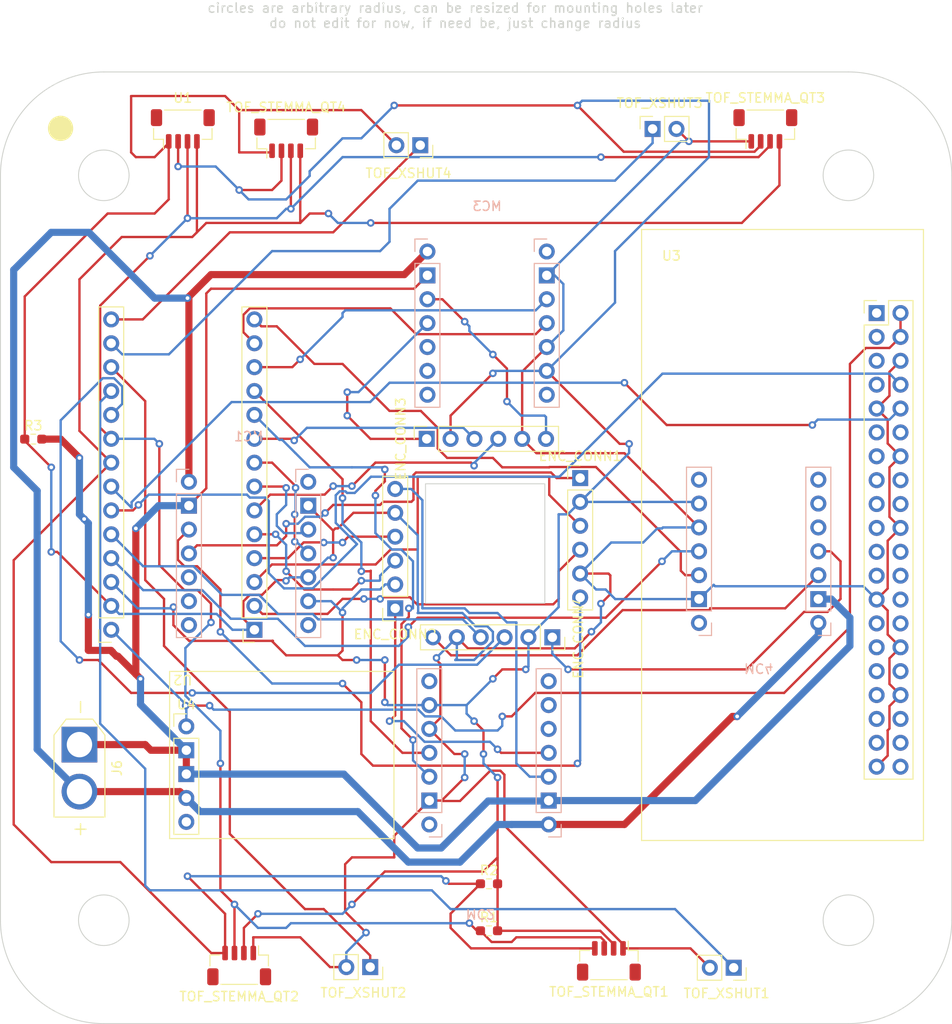
<source format=kicad_pcb>
(kicad_pcb (version 20211014) (generator pcbnew)
  (layers (0 "F.Cu" signal) (31 "B.Cu" signal) (34 "B.Paste" user) (35 "F.Paste" user) (36 "B.SilkS" user "B.Silkscreen") (37 "F.SilkS" user "F.Silkscreen") (38 "B.Mask" user) (39 "F.Mask" user) (44 "Edge.Cuts" user))
  (net 0 "")
  (net 1 "/MOTOR_1_PIN2")
  (net 2 "/3V3_Teensy")
  (net 3 "/ENC_1_PINB")
  (net 4 "/ENC_1_PINA")
  (net 5 "GNDREF")
  (net 6 "/UART TXD (R PI)")
  (net 7 "/MOTOR_2_PIN2")
  (net 8 "/ENC_2_PINB")
  (net 9 "/ENC_2_PINA")
  (net 10 "/MOTOR_2_PIN1")
  (net 11 "/MOTOR_3_PIN2")
  (net 12 "/ENC_3_PINB")
  (net 13 "/ENC_3_PINA")
  (net 14 "/MOTOR_3_PIN1")
  (net 15 "/MOTOR_4_PIN2")
  (net 16 "/ENC_4_PINB")
  (net 17 "/ENC_4_PINA")
  (net 18 "/MOTOR_4_PIN1")
  (net 19 "/BATTERY_GROUND")
  (net 20 "/12V")
  (net 21 "/UART RXD (R PI)")
  (net 22 "/MC1_PWM1")
  (net 23 "/MC1_PWM2")
  (net 24 "/MC2_PWM1")
  (net 25 "/MC2_PWM2")
  (net 26 "/MC3_PWM1")
  (net 27 "/MC3_PWM2")
  (net 28 "/MC4_PWM2")
  (net 29 "/MC4_PWM1")
  (net 30 "/5V")
  (net 31 "/SDA_LINE")
  (net 32 "/SCL_LINE")
  (net 33 "/TOF_1_XSHUT")
  (net 34 "/TOF_2_XSHUT")
  (net 35 "/TOF_3_XSHUT")
  (net 36 "/TOF_4_XSHUT")
  (net 65 "/MOTOR_1_PIN1")
  (footprint "board1_footprints:Teensy 4.0" (layer "F.Cu") (at 119 123 180)
    (fp_text reference "U2")
    (fp_text value "Teensy_4.0")
  )
  (footprint "Connector_JST:JST_SH_BM04B-SRSS-TB_1x04-1MP_P1.00mm_Vertical" (layer "F.Cu") (at 125 153 180)
    (fp_text reference "TOF_STEMMA_QT2")
    (fp_text value "Conn_01x04_Female")
  )
  (footprint "Connector_JST:JST_SH_BM04B-SRSS-TB_1x04-1MP_P1.00mm_Vertical" (layer "F.Cu") (at 119 64)
    (fp_text reference "U1")
    (fp_text value "BNO085")
  )
  (footprint "Connector_JST:JST_SH_BM04B-SRSS-TB_1x04-1MP_P1.00mm_Vertical" (layer "F.Cu") (at 164.35 152.5016 180)
    (fp_text reference "TOF_STEMMA_QT1")
    (fp_text value "Conn_01x04_Female")
  )
  (footprint "Connector_JST:JST_SH_BM04B-SRSS-TB_1x04-1MP_P1.00mm_Vertical" (layer "F.Cu") (at 181 64)
    (fp_text reference "TOF_STEMMA_QT3")
    (fp_text value "Conn_01x04_Female")
  )
  (footprint "board1_footprints:Resistor" (layer "F.Cu") (at 103.0875 97)
    (fp_text reference "R3")
    (fp_text value "0 Ohms")
  )
  (footprint "Connector_AMASS:AMASS_XT30U-M_1x02_P5.0mm_Vertical" (layer "F.Cu") (at 108 129.5 -90)
    (fp_text reference "J6")
    (fp_text value "XT30 Male Connector")
  )
  (footprint "Connector_PinSocket_2.54mm:PinSocket_1x02_P2.54mm_Vertical" (layer "F.Cu") (at 144.272 65.7352 -90)
    (fp_text reference "TOF_XSHUT4")
    (fp_text value "Conn_01x02_Female")
  )
  (footprint "board1_footprints:Voltage Regulator D24V50F5" (layer "F.Cu") (at 119.375 127.5588)
    (fp_text reference "U4")
    (fp_text value "D24V50F5")
  )
  (footprint "Connector_PinSocket_2.54mm:PinSocket_1x02_P2.54mm_Vertical" (layer "F.Cu") (at 138.9444 153.1722 -90)
    (fp_text reference "TOF_XSHUT2")
    (fp_text value "Conn_01x02_Female")
  )
  (footprint "Connector_JST:JST_SH_BM04B-SRSS-TB_1x04-1MP_P1.00mm_Vertical" (layer "F.Cu") (at 130 65)
    (fp_text reference "TOF_STEMMA_QT4")
    (fp_text value "Conn_01x04_Female")
  )
  (footprint "board1_footprints:Resistor" (layer "F.Cu") (at 151.5872 149.3069)
    (fp_text reference "R1")
    (fp_text value "4.7k")
  )
  (footprint "Connector_PinSocket_2.54mm:PinSocket_1x06_P2.54mm_Vertical" (layer "F.Cu") (at 144.9574 96.975 90)
    (fp_text reference "ENC_CONN3")
    (fp_text value "Conn_01x06_Male")
  )
  (footprint "Connector_PinSocket_2.54mm:PinSocket_1x06_P2.54mm_Vertical" (layer "F.Cu") (at 141.6046 115 180)
    (fp_text reference "ENC_CONN2")
    (fp_text value "Conn_01x06_Male")
  )
  (footprint "board1_footprints:Resistor" (layer "F.Cu") (at 151.5872 144.3069)
    (fp_text reference "R2")
    (fp_text value "4.7k")
  )
  (footprint "Connector_PinSocket_2.54mm:PinSocket_1x02_P2.54mm_Vertical" (layer "F.Cu") (at 169 64 90)
    (fp_text reference "TOF_XSHUT3")
    (fp_text value "Conn_01x02_Female")
  )
  (footprint "Connector_PinSocket_2.54mm:PinSocket_1x02_P2.54mm_Vertical" (layer "F.Cu") (at 177.6276 153.2378 -90)
    (fp_text reference "TOF_XSHUT1")
    (fp_text value "Conn_01x02_Female")
  )
  (footprint "board1_footprints:Raspberry Pi Zero W" (layer "F.Cu") (at 171 78)
    (fp_text reference "U3")
    (fp_text value "Raspberry_PI_Zero_W")
  )
  (footprint "Connector_PinSocket_2.54mm:PinSocket_1x06_P2.54mm_Vertical" (layer "F.Cu") (at 158.325 118.085 -90)
    (fp_text reference "ENC_CONN4")
    (fp_text value "Conn_01x06_Male")
  )
  (footprint "Connector_PinHeader_2.54mm:PinHeader_1x06_P2.54mm_Vertical" (layer "F.Cu") (at 161.29 101.1428)
    (fp_text reference "ENC_CONN1")
    (fp_text value "Conn_01x06_Male")
  )
  (footprint "board1_footprints:DRV8876" (layer "B.Cu") (at 151.384 71.1817 180)
    (fp_text reference "MC3")
    (fp_text value "DRV8876")
  )
  (footprint "board1_footprints:DRV8876" (layer "B.Cu") (at 151.5872 143.8547)
    (fp_text reference "MC2")
    (fp_text value "DRV8876")
  )
  (footprint "board1_footprints:DRV8876" (layer "B.Cu") (at 180.2892 122.4171)
    (fp_text reference "MC4")
    (fp_text value "DRV8876")
  )
  (footprint "board1_footprints:DRV8876" (layer "B.Cu") (at 126 95.6825 180)
    (fp_text reference "MC1")
    (fp_text value "DRV8876")
  )
  (gr_circle (center 105.9916 63.9374) (end 107.2616 63.9374) (layer "F.SilkS") (width 0.15) (fill solid))
  (gr_arc (start 189.8396 57.9374) (mid 197.616502 61.158698) (end 200.8378 68.9356) (layer "Edge.Cuts") (width 0.1))
  (gr_line (start 99.5934 68.9356) (end 99.5934 148.1836) (layer "Edge.Cuts") (width 0.1))
  (gr_circle (center 110.5916 68.9356) (end 113.284 68.9356) (layer "Edge.Cuts") (width 0.1) (fill none))
  (gr_arc (start 110.5916 159.1818) (mid 102.814698 155.960502) (end 99.5934 148.1836) (layer "Edge.Cuts") (width 0.1))
  (gr_line (start 200.8378 68.9356) (end 200.8378 148.1836) (layer "Edge.Cuts") (width 0.1))
  (gr_circle (center 110.5916 148.1836) (end 113.284 148.1836) (layer "Edge.Cuts") (width 0.1) (fill none))
  (gr_line (start 110.5916 159.1818) (end 189.8396 159.1818) (layer "Edge.Cuts") (width 0.1))
  (gr_line (start 110.5916 57.9374) (end 189.8396 57.9374) (layer "Edge.Cuts") (width 0.1))
  (gr_circle (center 189.8396 148.1836) (end 192.532 148.1836) (layer "Edge.Cuts") (width 0.1) (fill none))
  (gr_rect (start 157.5308 114.4524) (end 144.8308 101.7524) (layer "Edge.Cuts") (width 0.1) (fill none))
  (gr_arc (start 200.8378 148.1836) (mid 197.616502 155.960502) (end 189.8396 159.1818) (layer "Edge.Cuts") (width 0.1))
  (gr_arc (start 99.5934 68.9356) (mid 102.814698 61.158698) (end 110.5916 57.9374) (layer "Edge.Cuts") (width 0.1))
  (gr_circle (center 189.8396 68.9356) (end 192.532 68.9356) (layer "Edge.Cuts") (width 0.1) (fill none))
  (gr_text "circles are arbitrary radius, can be resized for mounting holes later\ndo not edit for now, if need be, just change radius\n" (at 147.9916 51.9374) (layer "Edge.Cuts") (effects (font (size 1 1))))
  (segment (start 143.335 103.665) (end 143.55 103.45) (width 0.25) (layer "F.Cu") (net 1))
  (segment (start 130 107.310799) (end 130 106) (width 0.25) (layer "F.Cu") (net 1))
  (segment (start 143.55 100.813604) (end 143.813604 100.55) (width 0.25) (layer "F.Cu") (net 1))
  (segment (start 120.5125 108.3) (end 129.010799 108.3) (width 0.25) (layer "F.Cu") (net 1))
  (segment (start 140 104) (end 140.335 103.665) (width 0.25) (layer "F.Cu") (net 1))
  (segment (start 119.65 109.1625) (end 120.5125 108.3) (width 0.25) (layer "F.Cu") (net 1))
  (segment (start 158.186396 100.55) (end 158.779196 101.1428) (width 0.25) (layer "F.Cu") (net 1))
  (segment (start 140.335 103.665) (end 143.335 103.665) (width 0.25) (layer "F.Cu") (net 1))
  (segment (start 158.779196 101.1428) (end 161.29 101.1428) (width 0.25) (layer "F.Cu") (net 1))
  (segment (start 129.010799 108.3) (end 130 107.310799) (width 0.25) (layer "F.Cu") (net 1))
  (segment (start 134.146049 104.853951) (end 135 104) (width 0.25) (layer "F.Cu") (net 1))
  (segment (start 143.813604 100.55) (end 158.186396 100.55) (width 0.25) (layer "F.Cu") (net 1))
  (segment (start 135 104) (end 140 104) (width 0.25) (layer "F.Cu") (net 1))
  (segment (start 143.55 103.45) (end 143.55 100.813604) (width 0.25) (layer "F.Cu") (net 1))
  (via (at 130 106) (size 0.8) (drill 0.4) (layers "F.Cu" "B.Cu") (net 1))
  (via (at 134.146049 104.853951) (size 0.8) (drill 0.4) (layers "F.Cu" "B.Cu") (net 1))
  (segment (start 130 106) (end 131.2575 106) (width 0.25) (layer "B.Cu") (net 1))
  (segment (start 131.2575 106) (end 132 105.2575) (width 0.25) (layer "B.Cu") (net 1))
  (segment (start 133.7425 105.2575) (end 134.146049 104.853951) (width 0.25) (layer "B.Cu") (net 1))
  (segment (start 132 105.2575) (end 133.7425 105.2575) (width 0.25) (layer "B.Cu") (net 1))
  (segment (start 129.5 69.5) (end 129.5 66.325) (width 0.25) (layer "F.Cu") (net 2))
  (segment (start 165.4923 97.5) (end 157.734 89.7417) (width 0.25) (layer "F.Cu") (net 2))
  (segment (start 164.85 150.729849) (end 163.427051 149.3069) (width 0.25) (layer "F.Cu") (net 2))
  (segment (start 180.5 65.325) (end 180.5 65.771751) (width 0.25) (layer "F.Cu") (net 2))
  (segment (start 140.5 143) (end 137 146.5) (width 0.25) (layer "F.Cu") (net 2))
  (segment (start 128.54 118.46) (end 128.5 118.5) (width 0.25) (layer "F.Cu") (net 2))
  (segment (start 118.5 65.325) (end 118.5 68) (width 0.25) (layer "F.Cu") (net 2))
  (segment (start 128.5 118.5) (end 130 120) (width 0.25) (layer "F.Cu") (net 2))
  (segment (start 127 147.5) (end 125.5 149) (width 0.25) (layer "F.Cu") (net 2))
  (segment (start 135.5 120) (end 136 119.5) (width 0.25) (layer "F.Cu") (net 2))
  (segment (start 136 119.5) (end 136 115.5) (width 0.25) (layer "F.Cu") (net 2))
  (segment (start 152.4997 149.3069) (end 152.4997 144.3069) (width 0.25) (layer "F.Cu") (net 2))
  (segment (start 153 121.5) (end 155.5 121.5) (width 0.25) (layer "F.Cu") (net 2))
  (segment (start 152.5 133) (end 152.5 141.5) (width 0.25) (layer "F.Cu") (net 2))
  (segment (start 140.5 125) (end 140.5 120.5) (width 0.25) (layer "F.Cu") (net 2))
  (segment (start 118 116.794201) (end 119.665799 118.46) (width 0.25) (layer "F.Cu") (net 2))
  (segment (start 180.5 65.771751) (end 179.846751 66.425) (width 0.25) (layer "F.Cu") (net 2))
  (segment (start 164.85 151.1766) (end 164.85 150.729849) (width 0.25) (layer "F.Cu") (net 2))
  (segment (start 152.5 141.5) (end 152.5 144.3066) (width 0.25) (layer "F.Cu") (net 2))
  (segment (start 137.5 120.5) (end 136 120.5) (width 0.25) (layer "F.Cu") (net 2))
  (segment (start 119.665799 118.46) (end 128.585 118.46) (width 0.25) (layer "F.Cu") (net 2))
  (segment (start 147.4974 94.5026) (end 152 90) (width 0.25) (layer "F.Cu") (net 2))
  (segment (start 165.925 66.425) (end 161 61.5) (width 0.25) (layer "F.Cu") (net 2))
  (segment (start 136 115.5) (end 136 115.4505) (width 0.25) (layer "F.Cu") (net 2))
  (segment (start 128.585 118.46) (end 128.54 118.46) (width 0.25) (layer "F.Cu") (net 2))
  (segment (start 152.5 144.3066) (end 152.4997 144.3069) (width 0.25) (layer "F.Cu") (net 2))
  (segment (start 136 120.5) (end 135.5 120) (width 0.25) (layer "F.Cu") (net 2))
  (segment (start 152 122.5) (end 153 121.5) (width 0.25) (layer "F.Cu") (net 2))
  (segment (start 151 143) (end 140.5 143) (width 0.25) (layer "F.Cu") (net 2))
  (segment (start 166.5 97.5) (end 165.4923 97.5) (width 0.25) (layer "F.Cu") (net 2))
  (segment (start 128.5 70.5) (end 129.5 69.5) (width 0.25) (layer "F.Cu") (net 2))
  (segment (start 179.846751 66.425) (end 165.925 66.425) (width 0.25) (layer "F.Cu") (net 2))
  (segment (start 125 70.5) (end 128.5 70.5) (width 0.25) (layer "F.Cu") (net 2))
  (segment (start 118 114.8705) (end 118 116.794201) (width 0.25) (layer "F.Cu") (net 2))
  (segment (start 151 128) (end 151 130.5) (width 0.25) (layer "F.Cu") (net 2))
  (segment (start 150 127) (end 151 128) (width 0.25) (layer "F.Cu") (net 2))
  (segment (start 125.5 149) (end 125.5 151.675) (width 0.25) (layer "F.Cu") (net 2))
  (segment (start 130 120) (end 135.5 120) (width 0.25) (layer "F.Cu") (net 2))
  (segment (start 147.4974 96.975) (end 147.4974 94.5026) (width 0.25) (layer "F.Cu") (net 2))
  (segment (start 161 61.5) (end 141.5 61.5) (width 0.25) (layer "F.Cu") (net 2))
  (segment (start 163.427051 149.3069) (end 152.4997 149.3069) (width 0.25) (layer "F.Cu") (net 2))
  (segment (start 152.5 141.5) (end 151 143) (width 0.25) (layer "F.Cu") (net 2))
  (via (at 136 115.4505) (size 0.8) (drill 0.4) (layers "F.Cu" "B.Cu") (net 2))
  (via (at 125 70.5) (size 0.8) (drill 0.4) (layers "F.Cu" "B.Cu") (net 2))
  (via (at 137.5 120.5) (size 0.8) (drill 0.4) (layers "F.Cu" "B.Cu") (net 2))
  (via (at 140.5 120.5) (size 0.8) (drill 0.4) (layers "F.Cu" "B.Cu") (net 2))
  (via (at 151 130.5) (size 0.8) (drill 0.4) (layers "F.Cu" "B.Cu") (net 2))
  (via (at 150 127) (size 0.8) (drill 0.4) (layers "F.Cu" "B.Cu") (net 2))
  (via (at 141.5 61.5) (size 0.8) (drill 0.4) (layers "F.Cu" "B.Cu") (net 2))
  (via (at 166.5 97.5) (size 0.8) (drill 0.4) (layers "F.Cu" "B.Cu") (net 2))
  (via (at 152.5 133) (size 0.8) (drill 0.4) (layers "F.Cu" "B.Cu") (net 2))
  (via (at 155.5 121.5) (size 0.8) (drill 0.4) (layers "F.Cu" "B.Cu") (net 2))
  (via (at 137 146.5) (size 0.8) (drill 0.4) (layers "F.Cu" "B.Cu") (net 2))
  (via (at 152 122.5) (size 0.8) (drill 0.4) (layers "F.Cu" "B.Cu") (net 2))
  (via (at 140.5 125) (size 0.8) (drill 0.4) (layers "F.Cu" "B.Cu") (net 2))
  (via (at 118.5 68) (size 0.8) (drill 0.4) (layers "F.Cu" "B.Cu") (net 2))
  (via (at 152 90) (size 0.8) (drill 0.4) (layers "F.Cu" "B.Cu") (net 2))
  (via (at 118 114.8705) (size 0.8) (drill 0.4) (layers "F.Cu" "B.Cu") (net 2))
  (via (at 161 61.5) (size 0.8) (drill 0.4) (layers "F.Cu" "B.Cu") (net 2))
  (via (at 127 147.5) (size 0.8) (drill 0.4) (layers "F.Cu" "B.Cu") (net 2))
  (segment (start 140.54 112.46) (end 140 113) (width 0.25) (layer "B.Cu") (net 2))
  (segment (start 152 90) (end 152.2583 89.7417) (width 0.25) (layer "B.Cu") (net 2))
  (segment (start 118 115) (end 118 114.8705) (width 0.25) (layer "B.Cu") (net 2))
  (segment (start 138 65) (end 136 65) (width 0.25) (layer "B.Cu") (net 2))
  (segment (start 151 131.5) (end 152.5 133) (width 0.25) (layer "B.Cu") (net 2))
  (segment (start 157.734 89.7417) (end 165 82.4757) (width 0.25) (layer "B.Cu") (net 2))
  (segment (start 161.29 103.6828) (end 166.5 98.4728) (width 0.25) (layer "B.Cu") (net 2))
  (segment (start 175 67) (end 175 61) (width 0.25) (layer "B.Cu") (net 2))
  (segment (start 141.6046 112.46) (end 140.54 112.46) (width 0.25) (layer "B.Cu") (net 2))
  (segment (start 138 113) (end 136 115) (width 0.25) (layer "B.Cu") (net 2))
  (segment (start 165 77) (end 175 67) (width 0.25) (layer "B.Cu") (net 2))
  (segment (start 165 82.4757) (end 165 77) (width 0.25) (layer "B.Cu") (net 2))
  (segment (start 132.5 68.5) (end 132.5 69) (width 0.25) (layer "B.Cu") (net 2))
  (segment (start 155.785 121.215) (end 155.785 118.085) (width 0.25) (layer "B.Cu") (net 2))
  (segment (start 161.29 103.6828) (end 173.7649 103.6828) (width 0.25) (layer "B.Cu") (net 2))
  (segment (start 130 71.5) (end 126 71.5) (width 0.25) (layer "B.Cu") (net 2))
  (segment (start 155.5 121.5) (end 155.785 121.215) (width 0.25) (layer "B.Cu") (net 2))
  (segment (start 140.5 120.5) (end 137.5 120.5) (width 0.25) (layer "B.Cu") (net 2))
  (segment (start 159 114.87) (end 159 105) (width 0.25) (layer "B.Cu") (net 2))
  (segment (start 118.5 68) (end 122.5 68) (width 0.25) (layer "B.Cu") (net 2))
  (segment (start 126 71.5) (end 125 70.5) (width 0.25) (layer "B.Cu") (net 2))
  (segment (start 141.5 61.5) (end 138 65) (width 0.25) (layer "B.Cu") (net 2))
  (segment (start 136 65) (end 132.5 68.5) (width 0.25) (layer "B.Cu") (net 2))
  (segment (start 140 113) (end 138 113) (width 0.25) (layer "B.Cu") (net 2))
  (segment (start 132.5 69) (end 130 71.5) (width 0.25) (layer "B.Cu") (net 2))
  (segment (start 145.2372 125.2947) (end 140.7947 125.2947) (width 0.25) (layer "B.Cu") (net 2))
  (segment (start 149.2053 125.2947) (end 149.2053 126.2053) (width 0.25) (layer "B.Cu") (net 2))
  (segment (start 122.5 68) (end 125 70.5) (width 0.25) (layer "B.Cu") (net 2))
  (segment (start 161.5 61) (end 161 61.5) (width 0.25) (layer "B.Cu") (net 2))
  (segment (start 166.5 98.4728) (end 166.5 97.5) (width 0.25) (layer "B.Cu") (net 2))
  (segment (start 136 147.5) (end 127 147.5) (width 0.25) (layer "B.Cu") (net 2))
  (segment (start 149.2053 125.2947) (end 152 122.5) (width 0.25) (layer "B.Cu") (net 2))
  (segment (start 151 130.5) (end 151 131.5) (width 0.25) (layer "B.Cu") (net 2))
  (segment (start 111.38 112.205) (end 114.175 115) (width 0.25) (layer "B.Cu") (net 2))
  (segment (start 136 115) (end 136 115.4505) (width 0.25) (layer "B.Cu") (net 2))
  (segment (start 140.7947 125.2947) (end 140.5 125) (width 0.25) (layer "B.Cu") (net 2))
  (segment (start 175 61) (end 161.5 61) (width 0.25) (layer "B.Cu") (net 2))
  (segment (start 159.9728 105) (end 161.29 103.6828) (width 0.25) (layer "B.Cu") (net 2))
  (segment (start 134.792 114.2425) (end 132.35 114.2425) (width 0.25) (layer "B.Cu") (net 2))
  (segment (start 114.175 115) (end 118 115) (width 0.25) (layer "B.Cu") (net 2))
  (segment (start 159 105) (end 159.9728 105) (width 0.25) (layer "B.Cu") (net 2))
  (segment (start 136 115.4505) (end 134.792 114.2425) (width 0.25) (layer "B.Cu") (net 2))
  (segment (start 145.2372 125.2947) (end 149.2053 125.2947) (width 0.25) (layer "B.Cu") (net 2))
  (segment (start 155.785 118.085) (end 159 114.87) (width 0.25) (layer "B.Cu") (net 2))
  (segment (start 149.2053 126.2053) (end 150 127) (width 0.25) (layer "B.Cu") (net 2))
  (segment (start 137 146.5) (end 136 147.5) (width 0.25) (layer "B.Cu") (net 2))
  (segment (start 173.7649 103.6828) (end 173.9392 103.8571) (width 0.25) (layer "B.Cu") (net 2))
  (segment (start 152.2583 89.7417) (end 157.734 89.7417) (width 0.25) (layer "B.Cu") (net 2))
  (segment (start 158 102.9328) (end 161.29 106.2228) (width 0.25) (layer "F.Cu") (net 3))
  (segment (start 126.62 112.205) (end 128.4875 110.3375) (width 0.25) (layer "F.Cu") (net 3))
  (segment (start 128.4875 110.3375) (end 139.525399 110.3375) (width 0.25) (layer "F.Cu") (net 3))
  (segment (start 144 108.7058) (end 144 101) (width 0.25) (layer "F.Cu") (net 3))
  (segment (start 141.117899 108.745) (end 143.9608 108.745) (width 0.25) (layer "F.Cu") (net 3))
  (segment (start 144 101) (end 158 101) (width 0.25) (layer "F.Cu") (net 3))
  (segment (start 139.525399 110.3375) (end 141.117899 108.745) (width 0.25) (layer "F.Cu") (net 3))
  (segment (start 143.9608 108.745) (end 144 108.7058) (width 0.25) (layer "F.Cu") (net 3))
  (segment (start 158 101) (end 158 102.9328) (width 0.25) (layer "F.Cu") (net 3))
  (segment (start 144.0726 114.5774) (end 158.4226 114.5774) (width 0.25) (layer "F.Cu") (net 4))
  (segment (start 127.47 115.595) (end 134.405 115.595) (width 0.25) (layer "F.Cu") (net 4))
  (segment (start 144 114.65) (end 144.0726 114.5774) (width 0.25) (layer "F.Cu") (net 4))
  (segment (start 140.175 113.825) (end 143.175 113.825) (width 0.25) (layer "F.Cu") (net 4))
  (segment (start 140 114) (end 140.175 113.825) (width 0.25) (layer "F.Cu") (net 4))
  (segment (start 136 114) (end 138.2755 114) (width 0.25) (layer "F.Cu") (net 4))
  (segment (start 126.62 114.745) (end 127.47 115.595) (width 0.25) (layer "F.Cu") (net 4))
  (segment (start 159 114) (end 159 111.0528) (width 0.25) (layer "F.Cu") (net 4))
  (segment (start 158.4226 114.5774) (end 159 114) (width 0.25) (layer "F.Cu") (net 4))
  (segment (start 159 111.0528) (end 161.29 108.7628) (width 0.25) (layer "F.Cu") (net 4))
  (segment (start 134.405 115.595) (end 136 114) (width 0.25) (layer "F.Cu") (net 4))
  (segment (start 143.175 113.825) (end 144 114.65) (width 0.25) (layer "F.Cu") (net 4))
  (via (at 138.2755 114) (size 0.8) (drill 0.4) (layers "F.Cu" "B.Cu") (net 4))
  (via (at 140 114) (size 0.8) (drill 0.4) (layers "F.Cu" "B.Cu") (net 4))
  (segment (start 138.2755 114) (end 140 114) (width 0.25) (layer "B.Cu") (net 4))
  (segment (start 155.1174 96.975) (end 156.6424 98.5) (width 0.25) (layer "F.Cu") (net 5))
  (segment (start 111.38 114.745) (end 105.635 109) (width 0.25) (layer "F.Cu") (net 5))
  (segment (start 113.5 60.5) (end 123.5 60.5) (width 0.25) (layer "F.Cu") (net 5))
  (segment (start 117.5 65.325) (end 117.5 65.5) (width 0.25) (layer "F.Cu") (net 5))
  (segment (start 194.209 105.273) (end 195.384 106.448) (width 0.25) (layer "F.Cu") (net 5))
  (segment (start 175.0876 153.2378) (end 173.0264 151.1766) (width 0.25) (layer "F.Cu") (net 5))
  (segment (start 166 98.5) (end 169 101.5) (width 0.25) (layer "F.Cu") (net 5))
  (segment (start 192.844 114.068) (end 194.019 115.243) (width 0.25) (layer "F.Cu") (net 5))
  (segment (start 126.62 117.285) (end 125.445 116.11) (width 0.25) (layer "F.Cu") (net 5))
  (segment (start 114 67) (end 113.5 66.5) (width 0.25) (layer "F.Cu") (net 5))
  (segment (start 125.445 116.11) (end 125.445 114.258299) (width 0.25) (layer "F.Cu") (net 5))
  (segment (start 141.5 141.5) (end 137 141.5) (width 0.25) (layer "F.Cu") (net 5))
  (segment (start 195.384 124.228) (end 194.209 125.403) (width 0.25) (layer "F.Cu") (net 5))
  (segment (start 194.019 94.923) (end 194.019 97.463) (width 0.25) (layer "F.Cu") (net 5))
  (segment (start 149.34 119.26) (end 148.165 118.085) (width 0.25) (layer "F.Cu") (net 5))
  (segment (start 195.384 88.668) (end 194.209 89.843) (width 0.25) (layer "F.Cu") (net 5))
  (segment (start 141.6046 104.84) (end 137.16 104.84) (width 0.25) (layer "F.Cu") (net 5))
  (segment (start 126.5 151.675) (end 126.5 150) (width 0.25) (layer "F.Cu") (net 5))
  (segment (start 126.133299 113.57) (end 127.43 113.57) (width 0.25) (layer "F.Cu") (net 5))
  (segment (start 130 112) (end 130 112.061503) (width 0.25) (layer "F.Cu") (net 5))
  (segment (start 135.5 106.5) (end 135.2325 106.5) (width 0.25) (layer "F.Cu") (net 5))
  (segment (start 195.384 106.448) (end 194.019 107.813) (width 0.25) (layer "F.Cu") (net 5))
  (segment (start 169.0421 101.5) (end 173.9392 106.3971) (width 0.25) (layer "F.Cu") (net 5))
  (segment (start 194.209 123.053) (end 195.384 124.228) (width 0.25) (layer "F.Cu") (net 5))
  (segment (start 194.209 120.323) (end 194.209 123.053) (width 0.25) (layer "F.Cu") (net 5))
  (segment (start 126.5 150) (end 131.5 150) (width 0.25) (layer "F.Cu") (net 5))
  (segment (start 194.209 92.383) (end 192.844 93.748) (width 0.25) (layer "F.Cu") (net 5))
  (segment (start 117.5 71.5) (end 117.5 65.325) (width 0.25) (layer "F.Cu") (net 5))
  (segment (start 137.9968 62) (end 141.732 65.7352) (width 0.25) (layer "F.Cu") (net 5))
  (segment (start 145.2372 135.4547) (end 146.5453 135.4547) (width 0.25) (layer "F.Cu") (net 5))
  (segment (start 128 113) (end 129 112) (width 0.25) (layer "F.Cu") (net 5))
  (segment (start 173.0264 151.1766) (end 165.85 151.1766) (width 0.25) (layer "F.Cu") (net 5))
  (segment (start 169 101.5) (end 169.0421 101.5) (width 0.25) (layer "F.Cu") (net 5))
  (segment (start 194.019 115.243) (end 194.019 117.783) (width 0.25) (layer "F.Cu") (net 5))
  (segment (start 165.85 151.1766) (end 165.85 150.729849) (width 0.25) (layer "F.Cu") (net 5))
  (segment (start 146.5906 135.5) (end 146.5453 135.4547) (width 0.25) (layer "F.Cu") (net 5))
  (segment (start 194.019 128.019) (end 194.019 130.673) (width 0.25) (layer "F.Cu") (net 5))
  (segment (start 192.844 93.748) (end 194.019 94.923) (width 0.25) (layer "F.Cu") (net 5))
  (segment (start 136.275 142.225) (end 136.275 147.275) (width 0.25) (layer "F.Cu") (net 5))
  (segment (start 117.5 65.5) (end 116 67) (width 0.25) (layer "F.Cu") (net 5))
  (segment (start 125 62) (end 137.9968 62) (width 0.25) (layer "F.Cu") (net 5))
  (segment (start 130 112.061503) (end 129.987452 112.074051) (width 0.25) (layer "F.Cu") (net 5))
  (segment (start 194.209 89.843) (end 194.209 92.383) (width 0.25) (layer "F.Cu") (net 5))
  (segment (start 116 73) (end 117.5 71.5) (width 0.25) (layer "F.Cu") (net 5))
  (segment (start 152.800305 132.275) (end 151.725 132.275) (width 0.25) (layer "F.Cu") (net 5))
  (segment (start 194 128) (end 194.019 128.019) (width 0.25) (layer "F.Cu") (net 5))
  (segment (start 155.1174 96.975) (end 155.1174 89.8183) (width 0.25) (layer "F.Cu") (net 5))
  (segment (start 195.384 119.148) (end 194.209 120.323) (width 0.25) (layer "F.Cu") (net 5))
  (segment (start 116 67) (end 114 67) (width 0.25) (layer "F.Cu") (net 5))
  (segment (start 127.43 113.57) (end 128 113) (width 0.25) (layer "F.Cu") (net 5))
  (segment (start 134.6722 153.1722) (end 136.4044 153.1722) (width 0.25) (layer "F.Cu") (net 5))
  (segment (start 160.715402 119.26) (end 149.34 119.26) (width 0.25) (layer "F.Cu") (net 5))
  (segment (start 194.209 100.003) (end 194.209 105.273) (width 0.25) (layer "F.Cu") (net 5))
  (segment (start 194.019 97.463) (end 195.384 98.828) (width 0.25) (layer "F.Cu") (net 5))
  (segment (start 136.275 147.275) (end 138.5 149.5) (width 0.25) (layer "F.Cu") (net 5))
  (segment (start 162.487701 117.487701) (end 160.715402 119.26) (width 0.25) (layer "F.Cu") (net 5))
  (segment (start 149 130.5) (end 147.9025 130.5) (width 0.25) (layer "F.Cu") (net 5))
  (segment (start 131.5 150) (end 134.6722 153.1722) (width 0.25) (layer "F.Cu") (net 5))
  (segment (start 161.29 111.3028) (end 164.3028 111.3028) (width 0.25) (layer "F.Cu") (net 5))
  (segment (start 145.2372 135.4547) (end 141.5 139.1919) (width 0.25) (layer "F.Cu") (net 5))
  (segment (start 125.445 114.258299) (end 125.85165 113.851649) (width 0.25) (layer "F.Cu") (net 5))
  (segment (start 148.5 135.5) (end 146.5906 135.5) (width 0.25) (layer "F.Cu") (net 5))
  (segment (start 135 106.7325) (end 135 109.613) (width 0.25) (layer "F.Cu") (net 5))
  (segment (start 146.4122 126.6597) (end 146.4122 120.9122) (width 0.25) (layer "F.Cu") (net 5))
  (segment (start 194.019 130.673) (end 192.844 131.848) (width 0.25) (layer "F.Cu") (net 5))
  (segment (start 155.1174 89.8183) (end 157.734 87.2017) (width 0.25) (layer "F.Cu") (net 5))
  (segment (start 164.5 113.5) (end 163.5 114.5) (width 0.25) (layer "F.Cu") (net 5))
  (segment (start 146.5453 135.4547) (end 149 133) (width 0.25) (layer "F.Cu") (net 5))
  (segment (start 125 66.5) (end 128.325 66.5) (width 0.25) (layer "F.Cu") (net 5))
  (segment (start 195.384 98.828) (end 194.209 100.003) (width 0.25) (layer "F.Cu") (net 5))
  (segment (start 153.225 132.699695) (end 152.800305 132.275) (width 0.25) (layer "F.Cu") (net 5))
  (segment (start 194.019 112.893) (end 192.844 114.068) (width 0.25) (layer "F.Cu") (net 5))
  (segment (start 172.865 65.325) (end 171.54 64) (width 0.25) (layer "F.Cu") (net 5))
  (segment (start 146.4122 120.9122) (end 146 120.5) (width 0.25) (layer "F.Cu") (net 5))
  (segment (start 128.325 66.5) (end 128.5 66.325) (width 0.25) (layer "F.Cu") (net 5))
  (segment (start 194.209 127.791) (end 194 128) (width 0.25) (layer "F.Cu") (net 5))
  (segment (start 135.2325 106.5) (end 135 106.7325) (width 0.25) (layer "F.Cu") (net 5))
  (segment (start 165.85 150.729849) (end 153.225 138.104849) (width 0.25) (layer "F.Cu") (net 5))
  (segment (start 137 141.5) (end 136.275 142.225) (width 0.25) (layer "F.Cu") (net 5))
  (segment (start 156.6424 98.5) (end 166 98.5) (width 0.25) (layer "F.Cu") (net 5))
  (segment (start 164.3028 111.3028) (end 164.5 111.5) (width 0.25) (layer "F.Cu") (net 5))
  (segment (start 111 73) (end 116 73) (width 0.25) (layer "F.Cu") (net 5))
  (segment (start 146 120.5) (end 146 120.2755) (width 0.25) (layer "F.Cu") (net 5))
  (segment (start 102.175 81.825) (end 111 73) (width 0.25) (layer "F.Cu") (net 5))
  (segment (start 132.35 104.0825) (end 135 106.7325) (width 0.25) (layer "F.Cu") (net 5))
  (segment (start 147.9025 130.5) (end 145.2372 127.8347) (width 0.25) (layer "F.Cu") (net 5))
  (segment (start 194.019 117.783) (end 195.384 119.148) (width 0.25) (layer "F.Cu") (net 5))
  (segment (start 125.85165 113.851649) (end 126.133299 113.57) (width 0.25) (layer "F.Cu") (net 5))
  (segment (start 141.5 139.1919) (end 141.5 141.5) (width 0.25) (layer "F.Cu") (net 5))
  (segment (start 179.5 65.325) (end 172.865 65.325) (width 0.25) (layer "F.Cu") (net 5))
  (segment (start 102.175 97) (end 102.175 81.825) (width 0.25) (layer "F.Cu") (net 5))
  (segment (start 105 100) (end 102.175 97.175) (width 0.25) (layer "F.Cu") (net 5))
  (segment (start 113.5 66.5) (end 113.5 60.5) (width 0.25) (layer "F.Cu") (net 5))
  (segment (start 164.5 111.5) (end 164.5 113.5) (width 0.25) (layer "F.Cu") (net 5))
  (segment (start 125 62) (end 125 66.5) (width 0.25) (layer "F.Cu") (net 5))
  (segment (start 145.2372 127.8347) (end 146.4122 126.6597) (width 0.25) (layer "F.Cu") (net 5))
  (segment (start 123.5 60.5) (end 125 62) (width 0.25) (layer "F.Cu") (net 5))
  (segment (start 105.635 109) (end 105 109) (width 0.25) (layer "F.Cu") (net 5))
  (segment (start 153.225 138.104849) (end 153.225 132.699695) (width 0.25) (layer "F.Cu") (net 5))
  (segment (start 129 112) (end 130 112) (width 0.25) (layer "F.Cu") (net 5))
  (segment (start 102.175 97.175) (end 102.175 97) (width 0.25) (layer "F.Cu") (net 5))
  (segment (start 137.16 104.84) (end 135.5 106.5) (width 0.25) (layer "F.Cu") (net 5))
  (segment (start 151.725 132.275) (end 148.5 135.5) (width 0.25) (layer "F.Cu") (net 5))
  (segment (start 194.019 107.813) (end 194.019 112.893) (width 0.25) (layer "F.Cu") (net 5))
  (segment (start 194.209 125.403) (end 194.209 127.791) (width 0.25) (layer "F.Cu") (net 5))
  (via (at 146 120.2755) (size 0.8) (drill 0.4) (layers "F.Cu" "B.Cu") (net 5))
  (via (at 162.487701 117.487701) (size 0.8) (drill 0.4) (layers "F.Cu" "B.Cu") (net 5))
  (via (at 172.865 65.325) (size 0.8) (drill 0.4) (layers "F.Cu" "B.Cu") (net 5))
  (via (at 129.987452 112.074051) (size 0.8) (drill 0.4) (layers "F.Cu" "B.Cu") (net 5))
  (via (at 135 109.613) (size 0.8) (drill 0.4) (layers "F.Cu" "B.Cu") (net 5))
  (via (at 149 130.5) (size 0.8) (drill 0.4) (layers "F.Cu" "B.Cu") (net 5))
  (via (at 105 109) (size 0.8) (drill 0.4) (layers "F.Cu" "B.Cu") (net 5))
  (via (at 149 133) (size 0.8) (drill 0.4) (layers "F.Cu" "B.Cu") (net 5))
  (via (at 105 100) (size 0.8) (drill 0.4) (layers "F.Cu" "B.Cu") (net 5))
  (via (at 138.5 149.5) (size 0.8) (drill 0.4) (layers "F.Cu" "B.Cu") (net 5))
  (via (at 163.5 114.5) (size 0.8) (drill 0.4) (layers "F.Cu" "B.Cu") (net 5))
  (segment (start 163.5 116.5) (end 162.5 117.5) (width 0.25) (layer "B.Cu") (net 5))
  (segment (start 164 113) (end 165.0171 114.0171) (width 0.25) (layer "B.Cu") (net 5))
  (segment (start 168 108) (end 169.5 106.5) (width 0.25) (layer "B.Cu") (net 5))
  (segment (start 162.9872 113) (end 164 113) (width 0.25) (layer "B.Cu") (net 5))
  (segment (start 150.166396 116.91) (end 151.41 116.91) (width 0.25) (layer "B.Cu") (net 5))
  (segment (start 144 114.649293) (end 144.05 114.699293) (width 0.25) (layer "B.Cu") (net 5))
  (segment (start 124.285 117.285) (end 126.62 117.285) (width 0.25) (layer "B.Cu") (net 5))
  (segment (start 122.595 115.595) (end 124.285 117.285) (width 0.25) (layer "B.Cu") (net 5))
  (segment (start 141.6046 104.84) (end 144 107.2354) (width 0.25) (layer "B.Cu") (net 5))
  (segment (start 175.6521 112.6521) (end 191.4281 112.6521) (width 0.25) (layer "B.Cu") (net 5))
  (segment (start 159.5 85.4357) (end 159.5 80.5) (width 0.25) (layer "B.Cu") (net 5))
  (segment (start 146 120.2755) (end 146 120.25) (width 0.25) (layer "B.Cu") (net 5))
  (segment (start 158.5817 79.5817) (end 157.734 79.5817) (width 0.25) (layer "B.Cu") (net 5))
  (segment (start 148.756396 115.5) (end 150.166396 116.91) (width 0.25) (layer "B.Cu") (net 5))
  (segment (start 129.987452 112.074051) (end 130.359003 111.7025) (width 0.25) (layer "B.Cu") (net 5))
  (segment (start 112.23 115.595) (end 122.595 115.595) (width 0.25) (layer "B.Cu") (net 5))
  (segment (start 134.4395 109.613) (end 132.35 111.7025) (width 0.25) (layer "B.Cu") (net 5))
  (segment (start 136.4044 151.5956) (end 136.4044 153.1722) (width 0.25) (layer "B.Cu") (net 5))
  (segment (start 144.05 115.45) (end 144 115.5) (width 0.25) (layer "B.Cu") (net 5))
  (segment (start 162.5 117.5) (end 162.487701 117.487701) (width 0.25) (layer "B.Cu") (net 5))
  (segment (start 135 109.613) (end 134.4395 109.613) (width 0.25) (layer "B.Cu") (net 5))
  (segment (start 148.165 120.335) (end 148.165 118.085) (width 0.25) (layer "B.Cu") (net 5))
  (segment (start 146 120.25) (end 148.165 118.085) (width 0.25) (layer "B.Cu") (net 5))
  (segment (start 144 107.2354) (end 144 114.649293) (width 0.25) (layer "B.Cu") (net 5))
  (segment (start 111.38 114.745) (end 112.23 115.595) (width 0.25) (layer "B.Cu") (net 5))
  (segment (start 170.1029 106.3971) (end 173.9392 106.3971) (width 0.25) (layer "B.Cu") (net 5))
  (segment (start 165.0171 114.0171) (end 173.9392 114.0171) (width 0.25) (layer "B.Cu") (net 5))
  (segment (start 173.9829 114.0171) (end 175.5 112.5) (width 0.25) (layer "B.Cu") (net 5))
  (segment (start 163.5 114.5) (end 163.5 116.5) (width 0.25) (layer "B.Cu") (net 5))
  (segment (start 149 133) (end 149 130.5) (width 0.25) (layer "B.Cu") (net 5))
  (segment (start 152 118.5) (end 150 120.5) (width 0.25) (layer "B.Cu") (net 5))
  (segment (start 130.359003 111.7025) (end 132.35 111.7025) (width 0.25) (layer "B.Cu") (net 5))
  (segment (start 138.5 149.5) (end 136.4044 151.5956) (width 0.25) (layer "B.Cu") (net 5))
  (segment (start 161.29 111.3028) (end 162.9872 113) (width 0.25) (layer "B.Cu") (net 5))
  (segment (start 191.4281 112.6521) (end 192.844 114.068) (width 0.25) (layer "B.Cu") (net 5))
  (segment (start 105 109) (end 105 100) (width 0.25) (layer "B.Cu") (net 5))
  (segment (start 170 106.5) (end 170.1029 106.3971) (width 0.25) (layer "B.Cu") (net 5))
  (segment (start 175.5 112.5) (end 175.6521 112.6521) (width 0.25) (layer "B.Cu") (net 5))
  (segment (start 148 120.5) (end 148.165 120.335) (width 0.25) (layer "B.Cu") (net 5))
  (segment (start 172.865 65.325) (end 171.9907 65.325) (width 0.25) (layer "B.Cu") (net 5))
  (segment (start 144.05 114.699293) (end 144.05 115.45) (width 0.25) (layer "B.Cu") (net 5))
  (segment (start 169.5 106.5) (end 170 106.5) (width 0.25) (layer "B.Cu") (net 5))
  (segment (start 144 115.5) (end 148.756396 115.5) (width 0.25) (layer "B.Cu") (net 5))
  (segment (start 164.5928 108) (end 168 108) (width 0.25) (layer "B.Cu") (net 5))
  (segment (start 161.29 111.3028) (end 164.5928 108) (width 0.25) (layer "B.Cu") (net 5))
  (segment (start 151.41 116.91) (end 152 117.5) (width 0.25) (layer "B.Cu") (net 5))
  (segment (start 150 120.5) (end 148 120.5) (width 0.25) (layer "B.Cu") (net 5))
  (segment (start 152 117.5) (end 152 118.5) (width 0.25) (layer "B.Cu") (net 5))
  (segment (start 171.9907 65.325) (end 157.734 79.5817) (width 0.25) (layer "B.Cu") (net 5))
  (segment (start 157.734 87.2017) (end 159.5 85.4357) (width 0.25) (layer "B.Cu") (net 5))
  (segment (start 173.9392 114.0171) (end 173.9829 114.0171) (width 0.25) (layer "B.Cu") (net 5))
  (segment (start 159.5 80.5) (end 158.5817 79.5817) (width 0.25) (layer "B.Cu") (net 5))
  (segment (start 111.38 104.585) (end 113.6905 104.585) (width 0.25) (layer "F.Cu") (net 6))
  (segment (start 113.6905 104.585) (end 114.2755 104) (width 0.25) (layer "F.Cu") (net 6))
  (via (at 114.2755 104) (size 0.8) (drill 0.4) (layers "F.Cu" "B.Cu") (net 6))
  (segment (start 132.836701 112.8775) (end 137.538903 108.175298) (width 0.25) (layer "B.Cu") (net 6))
  (segment (start 115.368 102.9075) (end 125.820799 102.9075) (width 0.25) (layer "B.Cu") (net 6))
  (segment (start 135.275 102.975195) (end 135.699695 102.5505) (width 0.25) (layer "B.Cu") (net 6))
  (segment (start 139.025305 101) (end 159.0828 101) (width 0.25) (layer "B.Cu") (net 6))
  (segment (start 159.0828 101) (end 170.0498 90.033) (width 0.25) (layer "B.Cu") (net 6))
  (segment (start 114.2755 104) (end 115.368 102.9075) (width 0.25) (layer "B.Cu") (net 6))
  (segment (start 135.699695 102.5505) (end 136.300305 102.5505) (width 0.25) (layer "B.Cu") (net 6))
  (segment (start 136.474805 102.725) (end 137.300305 102.725) (width 0.25) (layer "B.Cu") (net 6))
  (segment (start 128.15 111.261904) (end 129.765596 112.8775) (width 0.25) (layer "B.Cu") (net 6))
  (segment (start 194.209 90.033) (end 195.384 91.208) (width 0.25) (layer "B.Cu") (net 6))
  (segment (start 127.78 103.22) (end 128.15 103.59) (width 0.25) (layer "B.Cu") (net 6))
  (segment (start 129.765596 112.8775) (end 132.836701 112.8775) (width 0.25) (layer "B.Cu") (net 6))
  (segment (start 137.538903 108.175298) (end 135.275 105.911395) (width 0.25) (layer "B.Cu") (net 6))
  (segment (start 135.275 105.911395) (end 135.275 102.975195) (width 0.25) (layer "B.Cu") (net 6))
  (segment (start 170.0498 90.033) (end 194.209 90.033) (width 0.25) (layer "B.Cu") (net 6))
  (segment (start 136.300305 102.5505) (end 136.474805 102.725) (width 0.25) (layer "B.Cu") (net 6))
  (segment (start 128.15 103.59) (end 128.15 111.261904) (width 0.25) (layer "B.Cu") (net 6))
  (segment (start 125.820799 102.9075) (end 126.133299 103.22) (width 0.25) (layer "B.Cu") (net 6))
  (segment (start 137.300305 102.725) (end 139.025305 101) (width 0.25) (layer "B.Cu") (net 6))
  (segment (start 126.133299 103.22) (end 127.78 103.22) (width 0.25) (layer "B.Cu") (net 6))
  (segment (start 152.5 130) (end 152.8747 130.3747) (width 0.25) (layer "F.Cu") (net 7))
  (segment (start 141.6046 115) (end 141.6046 126.3954) (width 0.25) (layer "F.Cu") (net 7))
  (segment (start 141.6046 126.3954) (end 141 127) (width 0.25) (layer "F.Cu") (net 7))
  (segment (start 152.8747 130.3747) (end 157.9372 130.3747) (width 0.25) (layer "F.Cu") (net 7))
  (via (at 141 127) (size 0.8) (drill 0.4) (layers "F.Cu" "B.Cu") (net 7))
  (via (at 152.5 130) (size 0.8) (drill 0.4) (layers "F.Cu" "B.Cu") (net 7))
  (segment (start 144.725005 129.1997) (end 151.6997 129.1997) (width 0.25) (layer "B.Cu") (net 7))
  (segment (start 142.525305 127) (end 144.725005 129.1997) (width 0.25) (layer "B.Cu") (net 7))
  (segment (start 151.6997 129.1997) (end 152.5 130) (width 0.25) (layer "B.Cu") (net 7))
  (segment (start 141 127) (end 142.525305 127) (width 0.25) (layer "B.Cu") (net 7))
  (segment (start 138 112) (end 138 112.061503) (width 0.25) (layer "F.Cu") (net 8))
  (segment (start 126.62 107.125) (end 128.875 107.125) (width 0.25) (layer "F.Cu") (net 8))
  (segment (start 130 111.062) (end 131.938 113) (width 0.25) (layer "F.Cu") (net 8))
  (segment (start 131.938 113) (end 135 113) (width 0.25) (layer "F.Cu") (net 8))
  (segment (start 129 107) (end 128.875 107.125) (width 0.25) (layer "F.Cu") (net 8))
  (segment (start 137 113) (end 138 112) (width 0.25) (layer "F.Cu") (net 8))
  (segment (start 135 113) (end 137 113) (width 0.25) (layer "F.Cu") (net 8))
  (via (at 130 111.062) (size 0.8) (drill 0.4) (layers "F.Cu" "B.Cu") (net 8))
  (via (at 128.875 107.125) (size 0.8) (drill 0.4) (layers "F.Cu" "B.Cu") (net 8))
  (via (at 138 112.061503) (size 0.8) (drill 0.4) (layers "F.Cu" "B.Cu") (net 8))
  (segment (start 140 111.5246) (end 141.6046 109.92) (width 0.25) (layer "B.Cu") (net 8))
  (segment (start 140 112) (end 140 111.5246) (width 0.25) (layer "B.Cu") (net 8))
  (segment (start 128.875 107.125) (end 130 108.25) (width 0.25) (layer "B.Cu") (net 8))
  (segment (start 130 108.25) (end 130 111) (width 0.25) (layer "B.Cu") (net 8))
  (segment (start 130 111) (end 130 111.062) (width 0.25) (layer "B.Cu") (net 8))
  (segment (start 138 112.061503) (end 139.938497 112.061503) (width 0.25) (layer "B.Cu") (net 8))
  (segment (start 139.938497 112.061503) (end 140 112) (width 0.25) (layer "B.Cu") (net 8))
  (segment (start 126.62 109.665) (end 130.185799 109.665) (width 0.25) (layer "F.Cu") (net 9))
  (segment (start 130.185799 109.665) (end 131.863299 107.9875) (width 0.25) (layer "F.Cu") (net 9))
  (segment (start 133.9875 107.9875) (end 134 108) (width 0.25) (layer "F.Cu") (net 9))
  (segment (start 136.62 107.38) (end 141.6046 107.38) (width 0.25) (layer "F.Cu") (net 9))
  (segment (start 131.863299 107.9875) (end 133.9875 107.9875) (width 0.25) (layer "F.Cu") (net 9))
  (segment (start 136 108) (end 136.62 107.38) (width 0.25) (layer "F.Cu") (net 9))
  (via (at 134 108) (size 0.8) (drill 0.4) (layers "F.Cu" "B.Cu") (net 9))
  (via (at 136 108) (size 0.8) (drill 0.4) (layers "F.Cu" "B.Cu") (net 9))
  (segment (start 134 108) (end 136 108) (width 0.25) (layer "B.Cu") (net 9))
  (segment (start 126.665 109.665) (end 127 110) (width 0.25) (layer "B.Cu") (net 9))
  (segment (start 126.62 109.665) (end 126.665 109.665) (width 0.25) (layer "B.Cu") (net 9))
  (segment (start 141.6046 102.3) (end 143.3 102.3) (width 0.25) (layer "B.Cu") (net 10))
  (segment (start 155.9147 132.9147) (end 157.9372 132.9147) (width 0.25) (layer "B.Cu") (net 10))
  (segment (start 143.3 102.3) (end 144.5 103.5) (width 0.25) (layer "B.Cu") (net 10))
  (segment (start 154.5 116.5) (end 154.5 131.5) (width 0.25) (layer "B.Cu") (net 10))
  (segment (start 144.5 103.5) (end 144.5 115) (width 0.25) (layer "B.Cu") (net 10))
  (segment (start 149 115) (end 149.5 115.5) (width 0.25) (layer "B.Cu") (net 10))
  (segment (start 153.5 116.5) (end 154.5 116.5) (width 0.25) (layer "B.Cu") (net 10))
  (segment (start 154.5 131.5) (end 155.9147 132.9147) (width 0.25) (layer "B.Cu") (net 10))
  (segment (start 144.5 115) (end 149 115) (width 0.25) (layer "B.Cu") (net 10))
  (segment (start 149.5 115.5) (end 152.5 115.5) (width 0.25) (layer "B.Cu") (net 10))
  (segment (start 152.5 115.5) (end 153.5 116.5) (width 0.25) (layer "B.Cu") (net 10))
  (segment (start 138.975 96.975) (end 136.5 94.5) (width 0.25) (layer "F.Cu") (net 11))
  (segment (start 136.5 94.5) (end 136.5 92) (width 0.25) (layer "F.Cu") (net 11))
  (segment (start 144.9574 96.975) (end 138.975 96.975) (width 0.25) (layer "F.Cu") (net 11))
  (via (at 136.5 94.5) (size 0.8) (drill 0.4) (layers "F.Cu" "B.Cu") (net 11))
  (via (at 136.5 92) (size 0.8) (drill 0.4) (layers "F.Cu" "B.Cu") (net 11))
  (segment (start 136.5 92) (end 137.6957 92) (width 0.25) (layer "B.Cu") (net 11))
  (segment (start 137.6957 92) (end 145.034 84.6617) (width 0.25) (layer "B.Cu") (net 11))
  (segment (start 130.675402 96.965) (end 130.855201 97.144799) (width 0.25) (layer "F.Cu") (net 12))
  (segment (start 126.62 96.965) (end 130.675402 96.965) (width 0.25) (layer "F.Cu") (net 12))
  (via (at 130.855201 97.144799) (size 0.8) (drill 0.4) (layers "F.Cu" "B.Cu") (net 12))
  (segment (start 148.8624 95.8) (end 150.0374 96.975) (width 0.25) (layer "B.Cu") (net 12))
  (segment (start 130.855201 97.144799) (end 132.2 95.8) (width 0.25) (layer "B.Cu") (net 12))
  (segment (start 132.2 95.8) (end 148.8624 95.8) (width 0.25) (layer "B.Cu") (net 12))
  (segment (start 149.6745 99.5) (end 150 99.8255) (width 0.25) (layer "F.Cu") (net 13))
  (segment (start 139.5 99.5) (end 149.6745 99.5) (width 0.25) (layer "F.Cu") (net 13))
  (segment (start 134.0925 102.9075) (end 135 102) (width 0.25) (layer "F.Cu") (net 13))
  (segment (start 126.62 104.585) (end 128.2975 102.9075) (width 0.25) (layer "F.Cu") (net 13))
  (segment (start 137 102) (end 139.5 99.5) (width 0.25) (layer "F.Cu") (net 13))
  (segment (start 128.2975 102.9075) (end 134.0925 102.9075) (width 0.25) (layer "F.Cu") (net 13))
  (via (at 137 102) (size 0.8) (drill 0.4) (layers "F.Cu" "B.Cu") (net 13))
  (via (at 135 102) (size 0.8) (drill 0.4) (layers "F.Cu" "B.Cu") (net 13))
  (via (at 150 99.8255) (size 0.8) (drill 0.4) (layers "F.Cu" "B.Cu") (net 13))
  (segment (start 135 102) (end 137 102) (width 0.25) (layer "B.Cu") (net 13))
  (segment (start 150 99.8255) (end 150 99.5524) (width 0.25) (layer "B.Cu") (net 13))
  (segment (start 150 99.5524) (end 152.5774 96.975) (width 0.25) (layer "B.Cu") (net 13))
  (segment (start 152 88) (end 153.5 89.5) (width 0.25) (layer "F.Cu") (net 14))
  (segment (start 153.5 89.5) (end 153.5 93) (width 0.25) (layer "F.Cu") (net 14))
  (segment (start 146.6217 82.1217) (end 149 84.5) (width 0.25) (layer "F.Cu") (net 14))
  (segment (start 145.034 82.1217) (end 146.6217 82.1217) (width 0.25) (layer "F.Cu") (net 14))
  (via (at 152 88) (size 0.8) (drill 0.4) (layers "F.Cu" "B.Cu") (net 14))
  (via (at 153.5 93) (size 0.8) (drill 0.4) (layers "F.Cu" "B.Cu") (net 14))
  (via (at 149 84.5) (size 0.8) (drill 0.4) (layers "F.Cu" "B.Cu") (net 14))
  (segment (start 152 88) (end 149.5 85.5) (width 0.25) (layer "B.Cu") (net 14))
  (segment (start 149.5 85.5) (end 149.5 85) (width 0.25) (layer "B.Cu") (net 14))
  (segment (start 157.5 94.5) (end 157.6574 94.6574) (width 0.25) (layer "B.Cu") (net 14))
  (segment (start 157.6574 94.6574) (end 157.6574 96.975) (width 0.25) (layer "B.Cu") (net 14))
  (segment (start 153.5 93) (end 155 94.5) (width 0.25) (layer "B.Cu") (net 14))
  (segment (start 155 94.5) (end 157.5 94.5) (width 0.25) (layer "B.Cu") (net 14))
  (segment (start 149.5 85) (end 149 84.5) (width 0.25) (layer "B.Cu") (net 14))
  (segment (start 179 121.5) (end 185.1179 115.3821) (width 0.25) (layer "F.Cu") (net 15))
  (segment (start 189 114) (end 189 110) (width 0.25) (layer "F.Cu") (net 15))
  (segment (start 160 121.5) (end 179 121.5) (width 0.25) (layer "F.Cu") (net 15))
  (segment (start 185.1179 115.3821) (end 187.6179 115.3821) (width 0.25) (layer "F.Cu") (net 15))
  (segment (start 189 110) (end 187.9371 108.9371) (width 0.25) (layer "F.Cu") (net 15))
  (segment (start 187.9371 108.9371) (end 186.6392 108.9371) (width 0.25) (layer "F.Cu") (net 15))
  (segment (start 187.6179 115.3821) (end 189 114) (width 0.25) (layer "F.Cu") (net 15))
  (via (at 160 121.5) (size 0.8) (drill 0.4) (layers "F.Cu" "B.Cu") (net 15))
  (segment (start 158.325 118.085) (end 158.325 119.825) (width 0.25) (layer "B.Cu") (net 15))
  (segment (start 158.325 119.825) (end 160 121.5) (width 0.25) (layer "B.Cu") (net 15))
  (segment (start 108 120.5) (end 110 120.5) (width 0.25) (layer "F.Cu") (net 16))
  (segment (start 110 120.5) (end 113.5 124) (width 0.25) (layer "F.Cu") (net 16))
  (segment (start 113.5 124) (end 120 124) (width 0.25) (layer "F.Cu") (net 16))
  (via (at 108 120.5) (size 0.8) (drill 0.4) (layers "F.Cu" "B.Cu") (net 16))
  (via (at 120 124) (size 0.8) (drill 0.4) (layers "F.Cu" "B.Cu") (net 16))
  (segment (start 150.33 121) (end 153.245 118.085) (width 0.25) (layer "B.Cu") (net 16))
  (segment (start 112.555 93.25) (end 112.555 91.398299) (width 0.25) (layer "B.Cu") (net 16))
  (segment (start 106 95) (end 106 118.5) (width 0.25) (layer "B.Cu") (net 16))
  (segment (start 111.676701 90.52) (end 110.48 90.52) (width 0.25) (layer "B.Cu") (net 16))
  (segment (start 110.48 90.52) (end 106 95) (width 0.25) (layer "B.Cu") (net 16))
  (segment (start 111.38 94.425) (end 112.555 93.25) (width 0.25) (layer "B.Cu") (net 16))
  (segment (start 142 121) (end 150.33 121) (width 0.25) (layer "B.Cu") (net 16))
  (segment (start 139 124) (end 142 121) (width 0.25) (layer "B.Cu") (net 16))
  (segment (start 120 124) (end 139 124) (width 0.25) (layer "B.Cu") (net 16))
  (segment (start 106 118.5) (end 108 120.5) (width 0.25) (layer "B.Cu") (net 16))
  (segment (start 112.555 91.398299) (end 111.676701 90.52) (width 0.25) (layer "B.Cu") (net 16))
  (segment (start 129.144201 115.6075) (end 132.836701 115.6075) (width 0.25) (layer "B.Cu") (net 17))
  (segment (start 132.836701 115.6075) (end 133.404201 116.175) (width 0.25) (layer "B.Cu") (net 17))
  (segment (start 114.7825 110.5275) (end 120.136701 110.5275) (width 0.25) (layer "B.Cu") (net 17))
  (segment (start 148.795 116.175) (end 150.705 118.085) (width 0.25) (layer "B.Cu") (net 17))
  (segment (start 120.136701 110.5275) (end 123.179201 113.57) (width 0.25) (layer "B.Cu") (net 17))
  (segment (start 111.38 107.125) (end 114.7825 110.5275) (width 0.25) (layer "B.Cu") (net 17))
  (segment (start 133.404201 116.175) (end 148.795 116.175) (width 0.25) (layer "B.Cu") (net 17))
  (segment (start 123.179201 113.57) (end 127.106701 113.57) (width 0.25) (layer "B.Cu") (net 17))
  (segment (start 127.106701 113.57) (end 129.144201 115.6075) (width 0.25) (layer "B.Cu") (net 17))
  (segment (start 183.1163 115) (end 175.1142 115) (width 0.25) (layer "F.Cu") (net 18))
  (segment (start 165.8079 115.1921) (end 161 120) (width 0.25) (layer "F.Cu") (net 18))
  (segment (start 186.6392 111.4771) (end 183.1163 115) (width 0.25) (layer "F.Cu") (net 18))
  (segment (start 147.54 120) (end 145.625 118.085) (width 0.25) (layer "F.Cu") (net 18))
  (segment (start 161 120) (end 147.54 120) (width 0.25) (layer "F.Cu") (net 18))
  (segment (start 175.1142 115.1921) (end 165.8079 115.1921) (width 0.25) (layer "F.Cu") (net 18))
  (segment (start 175.1142 115) (end 175.1142 115.1921) (width 0.25) (layer "F.Cu") (net 18))
  (segment (start 112.1 120.1) (end 111.95 120.1) (width 0.76) (layer "F.Cu") (net 19))
  (segment (start 114 122) (end 114.5 122.5) (width 0.76) (layer "F.Cu") (net 19))
  (segment (start 119.375 132.6388) (end 119.375 130.0988) (width 0.76) (layer "F.Cu") (net 19))
  (segment (start 114 122) (end 112.1 120.1) (width 0.76) (layer "F.Cu") (net 19))
  (segment (start 111.525 119.65) (end 111.35 119.475) (width 0.76) (layer "F.Cu") (net 19))
  (segment (start 108 129.5) (end 115 129.5) (width 0.76) (layer "F.Cu") (net 19))
  (segment (start 118.7762 129.5) (end 119.375 130.0988) (width 0.25) (layer "F.Cu") (net 19))
  (segment (start 108.95 119.475) (end 108.95 115.675) (width 0.76) (layer "F.Cu") (net 19))
  (segment (start 114 106.5) (end 114 122) (width 0.76) (layer "F.Cu") (net 19))
  (segment (start 108 99) (end 106 97) (width 0.76) (layer "F.Cu") (net 19))
  (segment (start 115.5988 130.0988) (end 119.375 130.0988) (width 0.76) (layer "F.Cu") (net 19))
  (segment (start 115 129.5) (end 115.5988 130.0988) (width 0.76) (layer "F.Cu") (net 19))
  (segment (start 121.5 81.5) (end 122 81) (width 0.25) (layer "F.Cu") (net 19))
  (segment (start 119.65 104.0825) (end 121.5 102.2325) (width 0.25) (layer "F.Cu") (net 19))
  (segment (start 121.5 102.2325) (end 121.5 81.5) (width 0.25) (layer "F.Cu") (net 19))
  (segment (start 143.6157 81) (end 145.034 79.5817) (width 0.25) (layer "F.Cu") (net 19))
  (segment (start 111.35 119.475) (end 108.95 119.475) (width 0.76) (layer "F.Cu") (net 19))
  (segment (start 111.525 119.675) (end 111.525 119.65) (width 0.76) (layer "F.Cu") (net 19))
  (segment (start 122 81) (end 143.6157 81) (width 0.25) (layer "F.Cu") (net 19))
  (segment (start 111.95 120.1) (end 111.525 119.675) (width 0.76) (layer "F.Cu") (net 19))
  (segment (start 106 97) (end 104 97) (width 0.76) (layer "F.Cu") (net 19))
  (via (at 114 106.5) (size 0.8) (drill 0.4) (layers "F.Cu" "B.Cu") (net 19))
  (via (at 108.95 115.675) (size 0.8) (drill 0.4) (layers "F.Cu" "B.Cu") (net 19))
  (via (at 108.5 105.5) (size 0.8) (drill 0.4) (layers "F.Cu" "B.Cu") (net 19))
  (via (at 114.5 122.5) (size 0.8) (drill 0.4) (layers "F.Cu" "B.Cu") (net 19))
  (via (at 108 99) (size 0.8) (drill 0.4) (layers "F.Cu" "B.Cu") (net 19))
  (segment (start 146.5 140.5) (end 151.5 135.5) (width 0.76) (layer "B.Cu") (net 19))
  (segment (start 157.8919 135.5) (end 157.9372 135.4547) (width 0.76) (layer "B.Cu") (net 19))
  (segment (start 173.5453 135.4547) (end 190 119) (width 0.76) (layer "B.Cu") (net 19))
  (segment (start 136.1388 132.6388) (end 144 140.5) (width 0.76) (layer "B.Cu") (net 19))
  (segment (start 114.5 125.2238) (end 119.375 130.0988) (width 0.76) (layer "B.Cu") (net 19))
  (segment (start 114.5 122.5) (end 114.5 125.2238) (width 0.76) (layer "B.Cu") (net 19))
  (segment (start 188.0171 114.0171) (end 186.6392 114.0171) (width 0.76) (layer "B.Cu") (net 19))
  (segment (start 108.95 115.675) (end 108.95 105.95) (width 0.76) (layer "B.Cu") (net 19))
  (segment (start 116.4175 104.0825) (end 114 106.5) (width 0.76) (layer "B.Cu") (net 19))
  (segment (start 190 116) (end 188.0171 114.0171) (width 0.76) (layer "B.Cu") (net 19))
  (segment (start 190 119) (end 190 116) (width 0.76) (layer "B.Cu") (net 19))
  (segment (start 108.95 105.95) (end 108.5 105.5) (width 0.76) (layer "B.Cu") (net 19))
  (segment (start 151.5 135.5) (end 157.8919 135.5) (width 0.76) (layer "B.Cu") (net 19))
  (segment (start 119.375 132.6388) (end 136.1388 132.6388) (width 0.76) (layer "B.Cu") (net 19))
  (segment (start 108 105) (end 108 99) (width 0.76) (layer "B.Cu") (net 19))
  (segment (start 157.9372 135.4547) (end 173.5453 135.4547) (width 0.76) (layer "B.Cu") (net 19))
  (segment (start 119.65 104.0825) (end 116.4175 104.0825) (width 0.76) (layer "B.Cu") (net 19))
  (segment (start 108.5 105.5) (end 108 105) (width 0.76) (layer "B.Cu") (net 19))
  (segment (start 144 140.5) (end 146.5 140.5) (width 0.76) (layer "B.Cu") (net 19))
  (segment (start 122 79.5) (end 142.5757 79.5) (width 0.76) (layer "F.Cu") (net 20))
  (segment (start 119.65 101.5425) (end 119.65 81.85) (width 0.76) (layer "F.Cu") (net 20))
  (segment (start 108 134.5) (end 117.5 134.5) (width 0.76) (layer "F.Cu") (net 20))
  (segment (start 142.5757 79.5) (end 145.034 77.0417) (width 0.76) (layer "F.Cu") (net 20))
  (segment (start 157.9372 137.9947) (end 166.0053 137.9947) (width 0.76) (layer "F.Cu") (net 20))
  (segment (start 117.5 134.5) (end 118.6962 134.5) (width 0.76) (layer "F.Cu") (net 20))
  (segment (start 177.5 126.5) (end 178 126.5) (width 0.76) (layer "F.Cu") (net 20))
  (segment (start 166.0053 137.9947) (end 177.5 126.5) (width 0.76) (layer "F.Cu") (net 20))
  (segment (start 118.6962 134.5) (end 119.375 135.1788) (width 0.76) (layer "F.Cu") (net 20))
  (segment (start 119.65 81.85) (end 122 79.5) (width 0.76) (layer "F.Cu") (net 20))
  (via (at 178 126.5) (size 0.8) (drill 0.4) (layers "F.Cu" "B.Cu") (net 20))
  (via (at 119.5 82) (size 0.8) (drill 0.4) (layers "F.Cu" "B.Cu") (net 20))
  (segment (start 103.5 130) (end 103.5 102.5) (width 0.76) (layer "B.Cu") (net 20))
  (segment (start 137.6297 136.6297) (end 143 142) (width 0.76) (layer "B.Cu") (net 20))
  (segment (start 178 126.5) (end 186.6392 117.8608) (width 0.76) (layer "B.Cu") (net 20))
  (segment (start 105 75) (end 109 75) (width 0.76) (layer "B.Cu") (net 20))
  (segment (start 116 82) (end 119.5 82) (width 0.76) (layer "B.Cu") (net 20))
  (segment (start 154 138) (end 154.0053 137.9947) (width 0.25) (layer "B.Cu") (net 20))
  (segment (start 120.8259 136.6297) (end 137.6297 136.6297) (width 0.76) (layer "B.Cu") (net 20))
  (segment (start 101 100) (end 101 79) (width 0.76) (layer "B.Cu") (net 20))
  (segment (start 119.375 135.1788) (end 120.8259 136.6297) (width 0.76) (layer "B.Cu") (net 20))
  (segment (start 103.5 102.5) (end 101 100) (width 0.76) (layer "B.Cu") (net 20))
  (segment (start 108 134.5) (end 103.5 130) (width 0.76) (layer "B.Cu") (net 20))
  (segment (start 186.6392 117.8608) (end 186.6392 116.5571) (width 0.76) (layer "B.Cu") (net 20))
  (segment (start 152.5 138) (end 154 138) (width 0.76) (layer "B.Cu") (net 20))
  (segment (start 109 75) (end 116 82) (width 0.76) (layer "B.Cu") (net 20))
  (segment (start 143 142) (end 148.5 142) (width 0.76) (layer "B.Cu") (net 20))
  (segment (start 154.0053 137.9947) (end 157.9372 137.9947) (width 0.76) (layer "B.Cu") (net 20))
  (segment (start 101 79) (end 105 75) (width 0.76) (layer "B.Cu") (net 20))
  (segment (start 148.5 142) (end 152.5 138) (width 0.76) (layer "B.Cu") (net 20))
  (segment (start 170.5 95.5) (end 186 95.5) (width 0.25) (layer "F.Cu") (net 21))
  (segment (start 166 91) (end 170.5 95.5) (width 0.25) (layer "F.Cu") (net 21))
  (via (at 186 95.5) (size 0.8) (drill 0.4) (layers "F.Cu" "B.Cu") (net 21))
  (via (at 166 91) (size 0.8) (drill 0.4) (layers "F.Cu" "B.Cu") (net 21))
  (segment (start 194.209 94.923) (end 195.384 93.748) (width 0.25) (layer "B.Cu") (net 21))
  (segment (start 138.94 93.06) (end 141 91) (width 0.25) (layer "B.Cu") (net 21))
  (segment (start 141 91) (end 166 91) (width 0.25) (layer "B.Cu") (net 21))
  (segment (start 113.5505 103.699695) (end 124.190195 93.06) (width 0.25) (layer "B.Cu") (net 21))
  (segment (start 111.38 102.045) (end 111.38 102.129805) (width 0.25) (layer "B.Cu") (net 21))
  (segment (start 113.5505 104.300305) (end 113.5505 103.699695) (width 0.25) (layer "B.Cu") (net 21))
  (segment (start 111.38 102.129805) (end 113.5505 104.300305) (width 0.25) (layer "B.Cu") (net 21))
  (segment (start 186.577 94.923) (end 194.209 94.923) (width 0.25) (layer "B.Cu") (net 21))
  (segment (start 186 95.5) (end 186.577 94.923) (width 0.25) (layer "B.Cu") (net 21))
  (segment (start 124.190195 93.06) (end 138.94 93.06) (width 0.25) (layer "B.Cu") (net 21))
  (segment (start 129.862 102.045) (end 130 102.183) (width 0.25) (layer "F.Cu") (net 22))
  (segment (start 126.62 102.045) (end 129.862 102.045) (width 0.25) (layer "F.Cu") (net 22))
  (via (at 130 102.183) (size 0.8) (drill 0.4) (layers "F.Cu" "B.Cu") (net 22))
  (segment (start 129.775305 107) (end 131.9725 107) (width 0.25) (layer "B.Cu") (net 22))
  (segment (start 129 106.224695) (end 129.775305 107) (width 0.25) (layer "B.Cu") (net 22))
  (segment (start 129 105) (end 129 106.224695) (width 0.25) (layer "B.Cu") (net 22))
  (segment (start 131.9725 107) (end 132.35 106.6225) (width 0.25) (layer "B.Cu") (net 22))
  (segment (start 130 102.183) (end 130 104) (width 0.25) (layer "B.Cu") (net 22))
  (segment (start 130 104) (end 129 105) (width 0.25) (layer "B.Cu") (net 22))
  (segment (start 128.505 99.505) (end 131 102) (width 0.25) (layer "F.Cu") (net 23))
  (segment (start 130.905888 105.012705) (end 130.9131 105.019917) (width 0.25) (layer "F.Cu") (net 23))
  (segment (start 130.9131 105.019917) (end 130.9131 107.9131) (width 0.25) (layer "F.Cu") (net 23))
  (segment (start 131 102) (end 131 102.183) (width 0.25) (layer "F.Cu") (net 23))
  (segment (start 126.62 99.505) (end 128.505 99.505) (width 0.25) (layer "F.Cu") (net 23))
  (via (at 131 102.183) (size 0.8) (drill 0.4) (layers "F.Cu" "B.Cu") (net 23))
  (via (at 130.905888 105.012705) (size 0.8) (drill 0.4) (layers "F.Cu" "B.Cu") (net 23))
  (via (at 130.9131 107.9131) (size 0.8) (drill 0.4) (layers "F.Cu" "B.Cu") (net 23))
  (segment (start 130.9131 107.9131) (end 131.1006 107.9131) (width 0.25) (layer "B.Cu") (net 23))
  (segment (start 131.1006 107.9131) (end 132.35 109.1625) (width 0.25) (layer "B.Cu") (net 23))
  (segment (start 131 104.918593) (end 130.905888 105.012705) (width 0.25) (layer "B.Cu") (net 23))
  (segment (start 131 102.183) (end 131 104.918593) (width 0.25) (layer "B.Cu") (net 23))
  (segment (start 140.5 100.2245) (end 140.5 101.5) (width 0.25) (layer "F.Cu") (net 24))
  (segment (start 139.5 102.5) (end 139.5 103) (width 0.25) (layer "F.Cu") (net 24))
  (segment (start 143.054102 115.900498) (end 142.275 116.6796) (width 0.25) (layer "F.Cu") (net 24))
  (segment (start 143.054102 115) (end 143.054102 115.900498) (width 0.25) (layer "F.Cu") (net 24))
  (segment (start 142.275 116.6796) (end 142.275 127.775) (width 0.25) (layer "F.Cu") (net 24))
  (segment (start 140.5 101.5) (end 139.5 102.5) (width 0.25) (layer "F.Cu") (net 24))
  (segment (start 142.275 127.775) (end 143.5 129) (width 0.25) (layer "F.Cu") (net 24))
  (via (at 139.5 103) (size 0.8) (drill 0.4) (layers "F.Cu" "B.Cu") (net 24))
  (via (at 143.5 129) (size 0.8) (drill 0.4) (layers "F.Cu" "B.Cu") (net 24))
  (via (at 143.054102 115) (size 0.8) (drill 0.4) (layers "F.Cu" "B.Cu") (net 24))
  (via (at 140.5 100.2245) (size 0.8) (drill 0.4) (layers "F.Cu" "B.Cu") (net 24))
  (segment (start 131 98.5) (end 132.5 100) (width 0.25) (layer "B.Cu") (net 24))
  (segment (start 143.5 110) (end 142.245 108.745) (width 0.25) (layer "B.Cu") (net 24))
  (segment (start 132.5 100) (end 137 100) (width 0.25) (layer "B.Cu") (net 24))
  (segment (start 129.275 97.08) (end 129.58 97.08) (width 0.25) (layer "B.Cu") (net 24))
  (segment (start 126.62 94.425) (end 129.275 97.08) (width 0.25) (layer "B.Cu") (net 24))
  (segment (start 141.245 108.745) (end 139.5 107) (width 0.25) (layer "B.Cu") (net 24))
  (segment (start 142.245 108.745) (end 141.245 108.745) (width 0.25) (layer "B.Cu") (net 24))
  (segment (start 140.2755 100) (end 140.5 100.2245) (width 0.25) (layer "B.Cu") (net 24))
  (segment (start 143.5 115) (end 143.5 110) (width 0.25) (layer "B.Cu") (net 24))
  (segment (start 137 100) (end 139 100) (width 0.25) (layer "B.Cu") (net 24))
  (segment (start 139 100) (end 140.2755 100) (width 0.25) (layer "B.Cu") (net 24))
  (segment (start 143.054102 115) (end 143.5 115) (width 0.25) (layer "B.Cu") (net 24))
  (segment (start 143.5 131.1775) (end 145.2372 132.9147) (width 0.25) (layer "B.Cu") (net 24))
  (segment (start 139.5 107) (end 139.5 103) (width 0.25) (layer "B.Cu") (net 24))
  (segment (start 143.5 129) (end 143.5 131.1775) (width 0.25) (layer "B.Cu") (net 24))
  (segment (start 129.58 97.08) (end 131 98.5) (width 0.25) (layer "B.Cu") (net 24))
  (segment (start 142.3747 130.3747) (end 145.2372 130.3747) (width 0.25) (layer "F.Cu") (net 25))
  (segment (start 138 111.062) (end 138.938 111.062) (width 0.25) (layer "F.Cu") (net 25))
  (segment (start 139 127) (end 142.3747 130.3747) (width 0.25) (layer "F.Cu") (net 25))
  (segment (start 136 101.265) (end 136 103.2755) (width 0.25) (layer "F.Cu") (net 25))
  (segment (start 138.938 111.062) (end 139 111) (width 0.25) (layer "F.Cu") (net 25))
  (segment (start 126.62 91.885) (end 136 101.265) (width 0.25) (layer "F.Cu") (net 25))
  (segment (start 139 111) (end 139 127) (width 0.25) (layer "F.Cu") (net 25))
  (via (at 136 103.2755) (size 0.8) (drill 0.4) (layers "F.Cu" "B.Cu") (net 25))
  (via (at 138 111.062) (size 0.8) (drill 0.4) (layers "F.Cu" "B.Cu") (net 25))
  (segment (start 138 108) (end 138 111.062) (width 0.25) (layer "B.Cu") (net 25))
  (segment (start 136 103.2755) (end 136 106) (width 0.25) (layer "B.Cu") (net 25))
  (segment (start 136 106) (end 138 108) (width 0.25) (layer "B.Cu") (net 25))
  (segment (start 126.62 89.345) (end 130.655 89.345) (width 0.25) (layer "F.Cu") (net 26))
  (segment (start 130.655 89.345) (end 131.4877 88.5123) (width 0.25) (layer "F.Cu") (net 26))
  (via (at 131.4877 88.5123) (size 0.8) (drill 0.4) (layers "F.Cu" "B.Cu") (net 26))
  (segment (start 136 84) (end 136 83.5934) (width 0.25) (layer "B.Cu") (net 26))
  (segment (start 136 83.5934) (end 136.2967 83.2967) (width 0.25) (layer "B.Cu") (net 26))
  (segment (start 131.4877 88.5123) (end 136 84) (width 0.25) (layer "B.Cu") (net 26))
  (segment (start 136.2967 83.2967) (end 156.559 83.2967) (width 0.25) (layer "B.Cu") (net 26))
  (segment (start 156.559 83.2967) (end 157.734 82.1217) (width 0.25) (layer "B.Cu") (net 26))
  (segment (start 156.559 85.8367) (end 157.734 84.6617) (width 0.25) (layer "F.Cu") (net 27))
  (segment (start 126.62 86.805) (end 125.445 85.63) (width 0.25) (layer "F.Cu") (net 27))
  (segment (start 125.445 83.778299) (end 126.133299 83.09) (width 0.25) (layer "F.Cu") (net 27))
  (segment (start 126.133299 83.09) (end 141.09 83.09) (width 0.25) (layer "F.Cu") (net 27))
  (segment (start 143.8367 85.8367) (end 156.559 85.8367) (width 0.25) (layer "F.Cu") (net 27))
  (segment (start 125.445 85.63) (end 125.445 83.778299) (width 0.25) (layer "F.Cu") (net 27))
  (segment (start 141.09 83.09) (end 143.8367 85.8367) (width 0.25) (layer "F.Cu") (net 27))
  (segment (start 164 116) (end 170 110) (width 0.25) (layer "F.Cu") (net 28))
  (segment (start 144 116) (end 164 116) (width 0.25) (layer "F.Cu") (net 28))
  (segment (start 143 117) (end 144 116) (width 0.25) (layer "F.Cu") (net 28))
  (via (at 170 110) (size 0.8) (drill 0.4) (layers "F.Cu" "B.Cu") (net 28))
  (via (at 170 110) (size 0.8) (drill 0.4) (layers "F.Cu" "B.Cu") (net 28))
  (via (at 143 117) (size 0.8) (drill 0.4) (layers "F.Cu" "B.Cu") (net 28))
  (segment (start 129.11 116.11) (end 130 117) (width 0.25) (layer "B.Cu") (net 28))
  (segment (start 130 117) (end 132 119) (width 0.25) (layer "B.Cu") (net 28))
  (segment (start 170 110) (end 171.0629 108.9371) (width 0.25) (layer "B.Cu") (net 28))
  (segment (start 121.0675 113.0675) (end 124.11 116.11) (width 0.25) (layer "B.Cu") (net 28))
  (segment (start 124.11 116.11) (end 129.11 116.11) (width 0.25) (layer "B.Cu") (net 28))
  (segment (start 171.0629 108.9371) (end 173.9392 108.9371) (width 0.25) (layer "B.Cu") (net 28))
  (segment (start 114.7825 113.0675) (end 121.0675 113.0675) (width 0.25) (layer "B.Cu") (net 28))
  (segment (start 142 119) (end 143 118) (width 0.25) (layer "B.Cu") (net 28))
  (segment (start 132 119) (end 142 119) (width 0.25) (layer "B.Cu") (net 28))
  (segment (start 111.38 109.665) (end 114.7825 113.0675) (width 0.25) (layer "B.Cu") (net 28))
  (segment (start 143 118) (end 143 117) (width 0.25) (layer "B.Cu") (net 28))
  (segment (start 162.9678 99.9678) (end 172 109) (width 0.25) (layer "F.Cu") (net 29))
  (segment (start 172.4771 111.4771) (end 173.9392 111.4771) (width 0.25) (layer "F.Cu") (net 29))
  (segment (start 172 109) (end 172 111) (width 0.25) (layer "F.Cu") (net 29))
  (segment (start 146.1324 95.8) (end 146.1324 98) (width 0.25) (layer "F.Cu") (net 29))
  (segment (start 146.1324 98) (end 147.1324 99) (width 0.25) (layer "F.Cu") (net 29))
  (segment (start 158 100) (end 158.0322 99.9678) (width 0.25) (layer "F.Cu") (net 29))
  (segment (start 133 89) (end 136 89) (width 0.25) (layer "F.Cu") (net 29))
  (segment (start 172 111) (end 172.4771 111.4771) (width 0.25) (layer "F.Cu") (net 29))
  (segment (start 129 85) (end 133 89) (width 0.25) (layer "F.Cu") (net 29))
  (segment (start 127.355 85) (end 129 85) (width 0.25) (layer "F.Cu") (net 29))
  (segment (start 144.3324 94) (end 146.1324 95.8) (width 0.25) (layer "F.Cu") (net 29))
  (segment (start 147.1324 99) (end 152 99) (width 0.25) (layer "F.Cu") (net 29))
  (segment (start 152 99) (end 153 100) (width 0.25) (layer "F.Cu") (net 29))
  (segment (start 126.62 84.265) (end 127.355 85) (width 0.25) (layer "F.Cu") (net 29))
  (segment (start 153 100) (end 158 100) (width 0.25) (layer "F.Cu") (net 29))
  (segment (start 141 94) (end 144.3324 94) (width 0.25) (layer "F.Cu") (net 29))
  (segment (start 136 89) (end 141 94) (width 0.25) (layer "F.Cu") (net 29))
  (segment (start 158.0322 99.9678) (end 162.9678 99.9678) (width 0.25) (layer "F.Cu") (net 29))
  (segment (start 183 124) (end 190 117) (width 0.25) (layer "F.Cu") (net 30))
  (segment (start 191.697 87.303) (end 194.209 87.303) (width 0.25) (layer "F.Cu") (net 30))
  (segment (start 122 125.5) (end 121.852451 125.352451) (width 0.25) (layer "F.Cu") (net 30))
  (segment (start 190 117) (end 190 89) (width 0.25) (layer "F.Cu") (net 30))
  (segment (start 190 89) (end 191.697 87.303) (width 0.25) (layer "F.Cu") (net 30))
  (segment (start 194.209 87.303) (end 195.384 86.128) (width 0.25) (layer "F.Cu") (net 30))
  (segment (start 195.384 86.128) (end 195.384 83.588) (width 0.25) (layer "F.Cu") (net 30))
  (segment (start 153 126.5) (end 154 126.5) (width 0.25) (layer "F.Cu") (net 30))
  (segment (start 119.302548 125.352451) (end 121.852451 125.352451) (width 0.25) (layer "F.Cu") (net 30))
  (segment (start 154 126.5) (end 156.5 124) (width 0.25) (layer "F.Cu") (net 30))
  (segment (start 156.5 124) (end 183 124) (width 0.25) (layer "F.Cu") (net 30))
  (via (at 153 126.5) (size 0.8) (drill 0.4) (layers "F.Cu" "B.Cu") (net 30))
  (via (at 119.302548 125.352451) (size 0.8) (drill 0.4) (layers "F.Cu" "B.Cu") (net 30))
  (via (at 121.852451 125.352451) (size 0.8) (drill 0.4) (layers "F.Cu" "B.Cu") (net 30))
  (segment (start 122.281401 125.781401) (end 144.0622 125.781401) (width 0.25) (layer "B.Cu") (net 30))
  (segment (start 119.375 127.5588) (end 119.375 125.28) (width 0.25) (layer "B.Cu") (net 30))
  (segment (start 146.5 126.5) (end 148 128) (width 0.25) (layer "B.Cu") (net 30))
  (segment (start 119.375 125.28) (end 111.38 117.285) (width 0.25) (layer "B.Cu") (net 30))
  (segment (start 121.852451 125.352451) (end 122.281401 125.781401) (width 0.25) (layer "B.Cu") (net 30))
  (segment (start 144.780799 126.5) (end 146.5 126.5) (width 0.25) (layer "B.Cu") (net 30))
  (segment (start 152.5 128) (end 153 127.5) (width 0.25) (layer "B.Cu") (net 30))
  (segment (start 153 127.5) (end 153 126.5) (width 0.25) (layer "B.Cu") (net 30))
  (segment (start 144.0622 125.781401) (end 144.780799 126.5) (width 0.25) (layer "B.Cu") (net 30))
  (segment (start 119.375 125.28) (end 119.302548 125.352451) (width 0.25) (layer "B.Cu") (net 30))
  (segment (start 148 128) (end 152.5 128) (width 0.25) (layer "B.Cu") (net 30))
  (segment (start 154.5 150) (end 154 150.5) (width 0.25) (layer "F.Cu") (net 31))
  (segment (start 116.5 97.5) (end 116.5 110.404201) (width 0.25) (layer "F.Cu") (net 31))
  (segment (start 150.6747 149.3069) (end 150.3069 149.3069) (width 0.25) (layer "F.Cu") (net 31))
  (segment (start 163.85 151.1766) (end 163.85 150.366245) (width 0.25) (layer "F.Cu") (net 31))
  (segment (start 116.5 110.404201) (end 119.163299 113.0675) (width 0.25) (layer "F.Cu") (net 31))
  (segment (start 123 145) (end 124.5 146.5) (width 0.25) (layer "F.Cu") (net 31))
  (segment (start 130.5 72.5) (end 130.5 66.325) (width 0.25) (layer "F.Cu") (net 31))
  (segment (start 163.5 67) (end 180.271751 67) (width 0.25) (layer "F.Cu") (net 31))
  (segment (start 119.163299 113.0675) (end 120.5675 113.0675) (width 0.25) (layer "F.Cu") (net 31))
  (segment (start 119.5 65.325) (end 119.5 73.5) (width 0.25) (layer "F.Cu") (net 31))
  (segment (start 151.8678 150.5) (end 150.6747 149.3069) (width 0.25) (layer "F.Cu") (net 31))
  (segment (start 110.5 82.5) (end 115.5 77.5) (width 0.25) (layer "F.Cu") (net 31))
  (segment (start 111.38 96.965) (end 110.205 95.79) (width 0.25) (layer "F.Cu") (net 31))
  (segment (start 163.483755 150) (end 154.5 150) (width 0.25) (layer "F.Cu") (net 31))
  (segment (start 163.85 150.366245) (end 163.483755 150) (width 0.25) (layer "F.Cu") (net 31))
  (segment (start 181.5 65.771751) (end 181.5 65.325) (width 0.25) (layer "F.Cu") (net 31))
  (segment (start 120.5675 113.0675) (end 122 114.5) (width 0.25) (layer "F.Cu") (net 31))
  (segment (start 154 150.5) (end 151.8678 150.5) (width 0.25) (layer "F.Cu") (net 31))
  (segment (start 150.3069 149.3069) (end 149.5 148.5) (width 0.25) (layer "F.Cu") (net 31))
  (segment (start 180.271751 67) (end 181.5 65.771751) (width 0.25) (layer "F.Cu") (net 31))
  (segment (start 110.205 82.795) (end 110.5 82.5) (width 0.25) (layer "F.Cu") (net 31))
  (segment (start 124.5 146.5) (end 124.5 151.675) (width 0.25) (layer "F.Cu") (net 31))
  (segment (start 119.5 65.325) (end 119.5 65.5) (width 0.25) (layer "F.Cu") (net 31))
  (segment (start 110.205 95.79) (end 110.205 82.795) (width 0.25) (layer "F.Cu") (net 31))
  (segment (start 123 131.5) (end 123 145) (width 0.25) (layer "F.Cu") (net 31))
  (segment (start 122 114.5) (end 122 116.5) (width 0.25) (layer "F.Cu") (net 31))
  (via (at 122 116.5) (size 0.8) (drill 0.4) (layers "F.Cu" "B.Cu") (net 31))
  (via (at 163.5 67) (size 0.8) (drill 0.4) (layers "F.Cu" "B.Cu") (net 31))
  (via (at 123 131.5) (size 0.8) (drill 0.4) (layers "F.Cu" "B.Cu") (net 31))
  (via (at 124.5 146.5) (size 0.8) (drill 0.4) (layers "F.Cu" "B.Cu") (net 31))
  (via (at 116.5 97.5) (size 0.8) (drill 0.4) (layers "F.Cu" "B.Cu") (net 31))
  (via (at 115.5 77.5) (size 0.8) (drill 0.4) (layers "F.Cu" "B.Cu") (net 31))
  (via (at 130.5 72.5) (size 0.8) (drill 0.4) (layers "F.Cu" "B.Cu") (net 31))
  (via (at 119.5 73.5) (size 0.8) (drill 0.4) (layers "F.Cu" "B.Cu") (net 31))
  (via (at 149.5 148.5) (size 0.8) (drill 0.4) (layers "F.Cu" "B.Cu") (net 31))
  (segment (start 130 149) (end 127 149) (width 0.25) (layer "B.Cu") (net 31))
  (segment (start 115.965 96.965) (end 116.5 97.5) (width 0.25) (layer "B.Cu") (net 31))
  (segment (start 130.5 72.5) (end 136 67) (width 0.25) (layer "B.Cu") (net 31))
  (segment (start 115.5 77.5) (end 119.5 73.5) (width 0.25) (layer "B.Cu") (net 31))
  (segment (start 127 149) (end 124.5 146.5) (width 0.25) (layer "B.Cu") (net 31))
  (segment (start 111.38 96.965) (end 115.965 96.965) (width 0.25) (layer "B.Cu") (net 31))
  (segment (start 149.5 148.5) (end 130.5 148.5) (width 0.25) (layer "B.Cu") (net 31))
  (segment (start 119.5 73.5) (end 129 73.5) (width 0.25) (layer "B.Cu") (net 31))
  (segment (start 130 72.5) (end 130.5 72.5) (width 0.25) (layer "B.Cu") (net 31))
  (segment (start 130.5 148.5) (end 130 149) (width 0.25) (layer "B.Cu") (net 31))
  (segment (start 136 67) (end 163.5 67) (width 0.25) (layer "B.Cu") (net 31))
  (segment (start 123 128.025305) (end 123 131.5) (width 0.25) (layer "B.Cu") (net 31))
  (segment (start 119.275 124.300305) (end 123 128.025305) (width 0.25) (layer "B.Cu") (net 31))
  (segment (start 122 116.5) (end 119.275 119.225) (width 0.25) (layer "B.Cu") (net 31))
  (segment (start 119.275 119.225) (end 119.275 124.300305) (width 0.25) (layer "B.Cu") (net 31))
  (segment (start 129 73.5) (end 130 72.5) (width 0.25) (layer "B.Cu") (net 31))
  (segment (start 132.5 73) (end 131.5 74) (width 0.25) (layer "F.Cu") (net 32))
  (segment (start 147.5 147.4816) (end 150.6747 144.3069) (width 0.25) (layer "F.Cu") (net 32))
  (segment (start 120.5 75) (end 121.5 74) (width 0.25) (layer "F.Cu") (net 32))
  (segment (start 123.5 151.675) (end 122.028374 151.675) (width 0.25) (layer "F.Cu") (net 32))
  (segment (start 108 96.125) (end 108 80) (width 0.25) (layer "F.Cu") (net 32))
  (segment (start 101 109.885) (end 111.38 99.505) (width 0.25) (layer "F.Cu") (net 32))
  (segment (start 105 142) (end 101 138) (width 0.25) (layer "F.Cu") (net 32))
  (segment (start 111.38 99.505) (end 108 96.125) (width 0.25) (layer "F.Cu") (net 32))
  (segment (start 182.5 65.325) (end 182.5 70) (width 0.25) (layer "F.Cu") (net 32))
  (segment (start 101 138) (end 101 109.885) (width 0.25) (layer "F.Cu") (net 32))
  (segment (start 134.5 73) (end 132.5 73) (width 0.25) (layer "F.Cu") (net 32))
  (segment (start 112.353374 142) (end 105 142) (width 0.25) (layer "F.Cu") (net 32))
  (segment (start 112.5 75.5) (end 120 75.5) (width 0.25) (layer "F.Cu") (net 32))
  (segment (start 147.5 149) (end 147.5 147.4816) (width 0.25) (layer "F.Cu") (net 32))
  (segment (start 149.6766 151.1766) (end 147.5 149) (width 0.25) (layer "F.Cu") (net 32))
  (segment (start 131.5 74) (end 131.5 66.325) (width 0.25) (layer "F.Cu") (net 32))
  (segment (start 120 75.5) (end 120.5 75) (width 0.25) (layer "F.Cu") (net 32))
  (segment (start 147 144) (end 147.3069 144.3069) (width 0.25) (layer "F.Cu") (net 32))
  (segment (start 123.5 147.5) (end 119.5 143.5) (width 0.25) (layer "F.Cu") (net 32))
  (segment (start 162.85 151.1766) (end 149.6766 151.1766) (width 0.25) (layer "F.Cu") (net 32))
  (segment (start 123.5 151.675) (end 123.5 147.5) (width 0.25) (layer "F.Cu") (net 32))
  (segment (start 108 80) (end 112.5 75.5) (width 0.25) (layer "F.Cu") (net 32))
  (segment (start 120.5 75) (end 120.5 65.325) (width 0.25) (layer "F.Cu") (net 32))
  (segment (start 147.3069 144.3069) (end 150.6747 144.3069) (width 0.25) (layer "F.Cu") (net 32))
  (segment (start 122.028374 151.675) (end 112.353374 142) (width 0.25) (layer "F.Cu") (net 32))
  (segment (start 182.5 70) (end 178.5 74) (width 0.25) (layer "F.Cu") (net 32))
  (segment (start 178.5 74) (end 139 74) (width 0.25) (layer "F.Cu") (net 32))
  (segment (start 121.5 74) (end 131.5 74) (width 0.25) (layer "F.Cu") (net 32))
  (via (at 147 144) (size 0.8) (drill 0.4) (layers "F.Cu" "B.Cu") (net 32))
  (via (at 134.5 73) (size 0.8) (drill 0.4) (layers "F.Cu" "B.Cu") (net 32))
  (via (at 119.5 143.5) (size 0.8) (drill 0.4) (layers "F.Cu" "B.Cu") (net 32))
  (via (at 139 74) (size 0.8) (drill 0.4) (layers "F.Cu" "B.Cu") (net 32))
  (segment (start 135.5 74) (end 134.5 73) (width 0.25) (layer "B.Cu") (net 32))
  (segment (start 119.5 143.5) (end 146.5 143.5) (width 0.25) (layer "B.Cu") (net 32))
  (segment (start 146.5 143.5) (end 147 144) (width 0.25) (layer "B.Cu") (net 32))
  (segment (start 139 74) (end 135.5 74) (width 0.25) (layer "B.Cu") (net 32))
  (segment (start 115.5 145) (end 145.5 145) (width 0.25) (layer "B.Cu") (net 33))
  (segment (start 110.205 127.275) (end 115 132.07) (width 0.25) (layer "B.Cu") (net 33))
  (segment (start 147.5 147) (end 171.3898 147) (width 0.25) (layer "B.Cu") (net 33))
  (segment (start 145.5 145) (end 147.5 147) (width 0.25) (layer "B.Cu") (net 33))
  (segment (start 115 144.5) (end 115.5 145) (width 0.25) (layer "B.Cu") (net 33))
  (segment (start 111.38 91.885) (end 110.205 93.06) (width 0.25) (layer "B.Cu") (net 33))
  (segment (start 171.3898 147) (end 177.6276 153.2378) (width 0.25) (layer "B.Cu") (net 33))
  (segment (start 110.205 93.06) (end 110.205 127.275) (width 0.25) (layer "B.Cu") (net 33))
  (segment (start 115 132.07) (end 115 144.5) (width 0.25) (layer "B.Cu") (net 33))
  (segment (start 134 147) (end 138.9444 151.9444) (width 0.25) (layer "F.Cu") (net 34))
  (segment (start 115 92.965) (end 115 112) (width 0.25) (layer "F.Cu") (net 34))
  (segment (start 111.38 89.345) (end 115 92.965) (width 0.25) (layer "F.Cu") (net 34))
  (segment (start 138.9444 151.9444) (end 138.9444 153.1722) (width 0.25) (layer "F.Cu") (net 34))
  (segment (start 117 114) (end 117 119) (width 0.25) (layer "F.Cu") (net 34))
  (segment (start 124 139) (end 132 147) (width 0.25) (layer "F.Cu") (net 34))
  (segment (start 132 147) (end 134 147) (width 0.25) (layer "F.Cu") (net 34))
  (segment (start 124 126) (end 124 139) (width 0.25) (layer "F.Cu") (net 34))
  (segment (start 117 119) (end 124 126) (width 0.25) (layer "F.Cu") (net 34))
  (segment (start 115 112) (end 117 114) (width 0.25) (layer "F.Cu") (net 34))
  (segment (start 169 65.5) (end 169 64) (width 0.25) (layer "B.Cu") (net 35))
  (segment (start 165 69.5) (end 169 65.5) (width 0.25) (layer "B.Cu") (net 35))
  (segment (start 141 72.5) (end 144 69.5) (width 0.25) (layer "B.Cu") (net 35))
  (segment (start 111.38 86.805) (end 112.555 87.98) (width 0.25) (layer "B.Cu") (net 35))
  (segment (start 144 69.5) (end 165 69.5) (width 0.25) (layer "B.Cu") (net 35))
  (segment (start 117.52 87.98) (end 128.5 77) (width 0.25) (layer "B.Cu") (net 35))
  (segment (start 141 76) (end 141 72.5) (width 0.25) (layer "B.Cu") (net 35))
  (segment (start 112.555 87.98) (end 117.52 87.98) (width 0.25) (layer "B.Cu") (net 35))
  (segment (start 140 77) (end 141 76) (width 0.25) (layer "B.Cu") (net 35))
  (segment (start 128.5 77) (end 140 77) (width 0.25) (layer "B.Cu") (net 35))
  (segment (start 111.38 84.265) (end 111.265 84.265) (width 0.25) (layer "F.Cu") (net 36))
  (segment (start 135.0072 75) (end 144.272 65.7352) (width 0.25) (layer "F.Cu") (net 36))
  (segment (start 124 75) (end 135.0072 75) (width 0.25) (layer "F.Cu") (net 36))
  (segment (start 114.735 84.265) (end 124 75) (width 0.25) (layer "F.Cu") (net 36))
  (segment (start 111.38 84.265) (end 114.735 84.265) (width 0.25) (layer "F.Cu") (net 36))
  (segment (start 111.265 84.265) (end 111 84) (width 0.25) (layer "F.Cu") (net 36))
  (segment (start 119.163299 110.5275) (end 120.5275 110.5275) (width 0.25) (layer "F.Cu") (net 65))
  (segment (start 118.475 107.7975) (end 118.475 109.839201) (width 0.25) (layer "F.Cu") (net 65))
  (segment (start 138 130.5) (end 138 125) (width 0.25) (layer "F.Cu") (net 65))
  (segment (start 161 131.5) (end 160.7603 131.7397) (width 0.25) (layer "F.Cu") (net 65))
  (segment (start 119.65 106.6225) (end 118.475 107.7975) (width 0.25) (layer "F.Cu") (net 65))
  (segment (start 118.475 109.839201) (end 119.163299 110.5275) (width 0.25) (layer "F.Cu") (net 65))
  (segment (start 160.7603 131.7397) (end 139.2397 131.7397) (width 0.25) (layer "F.Cu") (net 65))
  (segment (start 123 113) (end 123 117.5) (width 0.25) (layer "F.Cu") (net 65))
  (segment (start 120.5275 110.5275) (end 123 113) (width 0.25) (layer "F.Cu") (net 65))
  (segment (start 138 125) (end 136 123) (width 0.25) (layer "F.Cu") (net 65))
  (segment (start 139.2397 131.7397) (end 138 130.5) (width 0.25) (layer "F.Cu") (net 65))
  (via (at 123 117.5) (size 0.8) (drill 0.4) (layers "F.Cu" "B.Cu") (net 65))
  (via (at 161 131.5) (size 0.8) (drill 0.4) (layers "F.Cu" "B.Cu") (net 65))
  (via (at 136 123) (size 0.8) (drill 0.4) (layers "F.Cu" "B.Cu") (net 65))
  (segment (start 161.29 131.21) (end 161.29 113.8428) (width 0.25) (layer "B.Cu") (net 65))
  (segment (start 128.5 123) (end 136 123) (width 0.25) (layer "B.Cu") (net 65))
  (segment (start 123 117.5) (end 128.5 123) (width 0.25) (layer "B.Cu") (net 65))
  (segment (start 161 131.5) (end 161.29 131.21) (width 0.25) (layer "B.Cu") (net 65))
)
</source>
